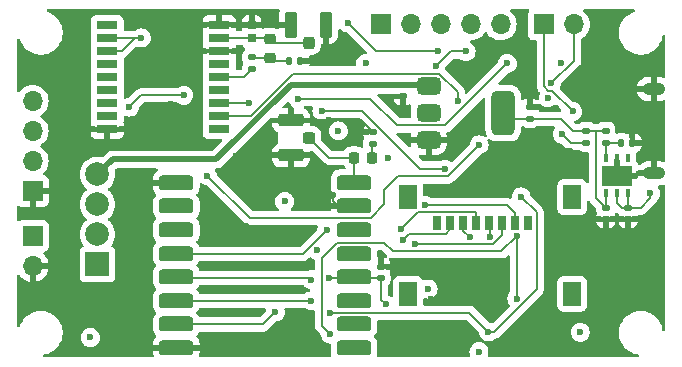
<source format=gbr>
%TF.GenerationSoftware,KiCad,Pcbnew,8.0.6*%
%TF.CreationDate,2025-01-17T09:04:30-05:00*%
%TF.ProjectId,Vanguard_V2,56616e67-7561-4726-945f-56322e6b6963,rev?*%
%TF.SameCoordinates,Original*%
%TF.FileFunction,Copper,L4,Bot*%
%TF.FilePolarity,Positive*%
%FSLAX46Y46*%
G04 Gerber Fmt 4.6, Leading zero omitted, Abs format (unit mm)*
G04 Created by KiCad (PCBNEW 8.0.6) date 2025-01-17 09:04:30*
%MOMM*%
%LPD*%
G01*
G04 APERTURE LIST*
G04 Aperture macros list*
%AMRoundRect*
0 Rectangle with rounded corners*
0 $1 Rounding radius*
0 $2 $3 $4 $5 $6 $7 $8 $9 X,Y pos of 4 corners*
0 Add a 4 corners polygon primitive as box body*
4,1,4,$2,$3,$4,$5,$6,$7,$8,$9,$2,$3,0*
0 Add four circle primitives for the rounded corners*
1,1,$1+$1,$2,$3*
1,1,$1+$1,$4,$5*
1,1,$1+$1,$6,$7*
1,1,$1+$1,$8,$9*
0 Add four rect primitives between the rounded corners*
20,1,$1+$1,$2,$3,$4,$5,0*
20,1,$1+$1,$4,$5,$6,$7,0*
20,1,$1+$1,$6,$7,$8,$9,0*
20,1,$1+$1,$8,$9,$2,$3,0*%
G04 Aperture macros list end*
%TA.AperFunction,SMDPad,CuDef*%
%ADD10RoundRect,0.140000X-0.170000X0.140000X-0.170000X-0.140000X0.170000X-0.140000X0.170000X0.140000X0*%
%TD*%
%TA.AperFunction,ComponentPad*%
%ADD11R,1.700000X1.700000*%
%TD*%
%TA.AperFunction,ComponentPad*%
%ADD12O,1.700000X1.700000*%
%TD*%
%TA.AperFunction,ComponentPad*%
%ADD13O,1.900000X1.050000*%
%TD*%
%TA.AperFunction,ComponentPad*%
%ADD14R,2.000000X2.000000*%
%TD*%
%TA.AperFunction,ComponentPad*%
%ADD15C,2.000000*%
%TD*%
%TA.AperFunction,SMDPad,CuDef*%
%ADD16RoundRect,0.140000X-0.140000X-0.170000X0.140000X-0.170000X0.140000X0.170000X-0.140000X0.170000X0*%
%TD*%
%TA.AperFunction,SMDPad,CuDef*%
%ADD17RoundRect,0.135000X-0.185000X0.135000X-0.185000X-0.135000X0.185000X-0.135000X0.185000X0.135000X0*%
%TD*%
%TA.AperFunction,SMDPad,CuDef*%
%ADD18RoundRect,0.140000X0.170000X-0.140000X0.170000X0.140000X-0.170000X0.140000X-0.170000X-0.140000X0*%
%TD*%
%TA.AperFunction,SMDPad,CuDef*%
%ADD19R,0.650000X0.700000*%
%TD*%
%TA.AperFunction,SMDPad,CuDef*%
%ADD20RoundRect,0.375000X-0.625000X-0.375000X0.625000X-0.375000X0.625000X0.375000X-0.625000X0.375000X0*%
%TD*%
%TA.AperFunction,SMDPad,CuDef*%
%ADD21RoundRect,0.500000X-0.500000X-1.400000X0.500000X-1.400000X0.500000X1.400000X-0.500000X1.400000X0*%
%TD*%
%TA.AperFunction,SMDPad,CuDef*%
%ADD22RoundRect,0.317500X-1.157500X-0.317500X1.157500X-0.317500X1.157500X0.317500X-1.157500X0.317500X0*%
%TD*%
%TA.AperFunction,SMDPad,CuDef*%
%ADD23R,0.400000X0.800000*%
%TD*%
%TA.AperFunction,SMDPad,CuDef*%
%ADD24R,2.500000X1.750000*%
%TD*%
%TA.AperFunction,SMDPad,CuDef*%
%ADD25RoundRect,0.250000X0.250000X-0.275000X0.250000X0.275000X-0.250000X0.275000X-0.250000X-0.275000X0*%
%TD*%
%TA.AperFunction,SMDPad,CuDef*%
%ADD26RoundRect,0.250000X0.275000X-0.850000X0.275000X0.850000X-0.275000X0.850000X-0.275000X-0.850000X0*%
%TD*%
%TA.AperFunction,SMDPad,CuDef*%
%ADD27R,1.800000X0.700000*%
%TD*%
%TA.AperFunction,SMDPad,CuDef*%
%ADD28R,1.800000X0.800000*%
%TD*%
%TA.AperFunction,SMDPad,CuDef*%
%ADD29RoundRect,0.225000X-0.225000X-0.250000X0.225000X-0.250000X0.225000X0.250000X-0.225000X0.250000X0*%
%TD*%
%TA.AperFunction,SMDPad,CuDef*%
%ADD30RoundRect,0.250000X0.275000X0.250000X-0.275000X0.250000X-0.275000X-0.250000X0.275000X-0.250000X0*%
%TD*%
%TA.AperFunction,SMDPad,CuDef*%
%ADD31RoundRect,0.250000X0.850000X0.275000X-0.850000X0.275000X-0.850000X-0.275000X0.850000X-0.275000X0*%
%TD*%
%TA.AperFunction,SMDPad,CuDef*%
%ADD32RoundRect,0.147500X-0.172500X0.147500X-0.172500X-0.147500X0.172500X-0.147500X0.172500X0.147500X0*%
%TD*%
%TA.AperFunction,SMDPad,CuDef*%
%ADD33R,1.500000X2.000000*%
%TD*%
%TA.AperFunction,SMDPad,CuDef*%
%ADD34R,0.800000X1.200000*%
%TD*%
%TA.AperFunction,SMDPad,CuDef*%
%ADD35RoundRect,0.225000X-0.250000X0.225000X-0.250000X-0.225000X0.250000X-0.225000X0.250000X0.225000X0*%
%TD*%
%TA.AperFunction,ViaPad*%
%ADD36C,0.600000*%
%TD*%
%TA.AperFunction,Conductor*%
%ADD37C,0.200000*%
%TD*%
%TA.AperFunction,Conductor*%
%ADD38C,0.156000*%
%TD*%
%TA.AperFunction,Conductor*%
%ADD39C,0.500000*%
%TD*%
G04 APERTURE END LIST*
D10*
%TO.P,C7,1*%
%TO.N,C1_P*%
X130700000Y-79420000D03*
%TO.P,C7,2*%
%TO.N,GND*%
X130700000Y-80380000D03*
%TD*%
D11*
%TO.P,J1,1,Pin_1*%
%TO.N,C1_P*%
X99314000Y-92197000D03*
D12*
%TO.P,J1,2,Pin_2*%
%TO.N,GND*%
X99314000Y-94737000D03*
%TD*%
D11*
%TO.P,J5,1,Pin_1*%
%TO.N,I2C1_SDA*%
X142616000Y-74295000D03*
D12*
%TO.P,J5,2,Pin_2*%
%TO.N,I2C1_SCL*%
X145156000Y-74295000D03*
%TD*%
D13*
%TO.P,J8,6,Shield*%
%TO.N,GND*%
X151892000Y-86906000D03*
X151892000Y-79756000D03*
%TD*%
D11*
%TO.P,J2,1,Pin_1*%
%TO.N,SERVO_1_PWM*%
X128778000Y-74295000D03*
D12*
%TO.P,J2,2,Pin_2*%
%TO.N,SERVO_2_PWM*%
X131318000Y-74295000D03*
%TO.P,J2,3,Pin_3*%
%TO.N,SERVO_3_PWM*%
X133858000Y-74295000D03*
%TO.P,J2,4,Pin_4*%
%TO.N,SERVO_4_PWM*%
X136398000Y-74295000D03*
%TO.P,J2,5,Pin_5*%
%TO.N,SERVO_5_PWM*%
X138938000Y-74295000D03*
%TD*%
D11*
%TO.P,J4,1,Pin_1*%
%TO.N,GND*%
X99314000Y-88392000D03*
D12*
%TO.P,J4,2,Pin_2*%
%TO.N,Net-(J4-Pin_2)*%
X99314000Y-85852000D03*
%TO.P,J4,3,Pin_3*%
%TO.N,Net-(J4-Pin_3)*%
X99314000Y-83312000D03*
%TO.P,J4,4,Pin_4*%
%TO.N,+3.3V*%
X99314000Y-80772000D03*
%TD*%
D14*
%TO.P,J6,1,Pin_1*%
%TO.N,C1_M*%
X104800000Y-94620000D03*
D15*
%TO.P,J6,2,Pin_2*%
%TO.N,C1_P*%
X104800000Y-92080000D03*
%TO.P,J6,3,Pin_3*%
%TO.N,C2_M*%
X104800000Y-89540000D03*
%TO.P,J6,4,Pin_4*%
%TO.N,C1_P*%
X104800000Y-87000000D03*
%TD*%
D16*
%TO.P,C23,1*%
%TO.N,Net-(C23-Pad1)*%
X121020000Y-77400000D03*
%TO.P,C23,2*%
%TO.N,GND*%
X121980000Y-77400000D03*
%TD*%
D17*
%TO.P,R3,1*%
%TO.N,+5V*%
X147828000Y-83310000D03*
%TO.P,R3,2*%
%TO.N,Net-(IC1-EN)*%
X147828000Y-84330000D03*
%TD*%
D18*
%TO.P,C32,1*%
%TO.N,Net-(C32-Pad1)*%
X128100000Y-84380000D03*
%TO.P,C32,2*%
%TO.N,GND*%
X128100000Y-83420000D03*
%TD*%
%TO.P,C31,1*%
%TO.N,+3.3V*%
X128800000Y-95760000D03*
%TO.P,C31,2*%
%TO.N,GND*%
X128800000Y-94800000D03*
%TD*%
D19*
%TO.P,D3,1,1*%
%TO.N,GND*%
X117856000Y-74380000D03*
%TO.P,D3,2,2*%
%TO.N,Net-(IC2-RF_IN)*%
X117856000Y-75480000D03*
%TD*%
D20*
%TO.P,U2,1,GND*%
%TO.N,GND*%
X132850000Y-84100000D03*
%TO.P,U2,2,VO*%
%TO.N,+5V*%
X132850000Y-81800000D03*
D21*
X139150000Y-81800000D03*
D20*
%TO.P,U2,3,VI*%
%TO.N,C1_P*%
X132850000Y-79500000D03*
%TD*%
D22*
%TO.P,U6,1,GND*%
%TO.N,GND*%
X111474000Y-101700000D03*
%TO.P,U6,2,MISO*%
%TO.N,SPI1_MISO*%
X111474000Y-99700000D03*
%TO.P,U6,3,MOSI*%
%TO.N,SPI1_MOSI*%
X111474000Y-97700000D03*
%TO.P,U6,4,SCK*%
%TO.N,SPI1_SCK*%
X111474000Y-95700000D03*
%TO.P,U6,5,NSS*%
%TO.N,TELEM_CS*%
X111474000Y-93700000D03*
%TO.P,U6,6,RESET*%
%TO.N,unconnected-(U6-RESET-Pad6)*%
X111474000Y-91700000D03*
%TO.P,U6,7,DIO5*%
%TO.N,unconnected-(U6-DIO5-Pad7)*%
X111474000Y-89700000D03*
%TO.P,U6,8,GND*%
%TO.N,GND*%
X111474000Y-87700000D03*
%TO.P,U6,9,ANT*%
%TO.N,Net-(J9-In)*%
X126524000Y-87700000D03*
%TO.P,U6,10,GND*%
%TO.N,GND*%
X126524000Y-89700000D03*
%TO.P,U6,11,DIO3*%
%TO.N,unconnected-(U6-DIO3-Pad11)*%
X126524000Y-91700000D03*
%TO.P,U6,12,DIO4*%
%TO.N,unconnected-(U6-DIO4-Pad12)*%
X126524000Y-93700000D03*
%TO.P,U6,13,3.3V*%
%TO.N,+3.3V*%
X126524000Y-95700000D03*
%TO.P,U6,14,DIO0*%
%TO.N,unconnected-(U6-DIO0-Pad14)*%
X126524000Y-97700000D03*
%TO.P,U6,15,DIO1*%
%TO.N,unconnected-(U6-DIO1-Pad15)*%
X126524000Y-99700000D03*
%TO.P,U6,16,DIO2*%
%TO.N,unconnected-(U6-DIO2-Pad16)*%
X126524000Y-101700000D03*
%TD*%
D23*
%TO.P,IC1,1,EN*%
%TO.N,Net-(IC1-EN)*%
X147828000Y-85598000D03*
%TO.P,IC1,2,GND*%
%TO.N,GND*%
X148778000Y-85598000D03*
%TO.P,IC1,3,N.C.*%
%TO.N,unconnected-(IC1-N.C.-Pad3)*%
X149728000Y-85598000D03*
%TO.P,IC1,4,VO*%
%TO.N,+3.3V*%
X149728000Y-88598000D03*
%TO.P,IC1,5,V_O_SENSE*%
X148778000Y-88598000D03*
%TO.P,IC1,6,VI*%
%TO.N,+5V*%
X147828000Y-88598000D03*
D24*
%TO.P,IC1,7,EP*%
%TO.N,GND*%
X148778000Y-87098000D03*
%TD*%
D18*
%TO.P,C8,1*%
%TO.N,+5V*%
X141400000Y-82280000D03*
%TO.P,C8,2*%
%TO.N,GND*%
X141400000Y-81320000D03*
%TD*%
D10*
%TO.P,C16,1*%
%TO.N,+3.3V*%
X149733000Y-89817000D03*
%TO.P,C16,2*%
%TO.N,GND*%
X149733000Y-90777000D03*
%TD*%
D16*
%TO.P,C15,1*%
%TO.N,Net-(IC1-EN)*%
X149126000Y-84328000D03*
%TO.P,C15,2*%
%TO.N,GND*%
X150086000Y-84328000D03*
%TD*%
D25*
%TO.P,J7,1,In*%
%TO.N,Net-(IC2-RF_IN)*%
X122682000Y-75853000D03*
D26*
%TO.P,J7,2,Ext*%
%TO.N,GND*%
X121207000Y-74328000D03*
X124157000Y-74328000D03*
%TD*%
D10*
%TO.P,C17,1*%
%TO.N,+5V*%
X147828000Y-89817000D03*
%TO.P,C17,2*%
%TO.N,GND*%
X147828000Y-90777000D03*
%TD*%
D27*
%TO.P,IC2,1,GND_1*%
%TO.N,GND*%
X105613000Y-83140000D03*
D28*
%TO.P,IC2,2,TXD*%
%TO.N,unconnected-(IC2-TXD-Pad2)*%
X105613000Y-82040000D03*
%TO.P,IC2,3,RXD*%
%TO.N,unconnected-(IC2-RXD-Pad3)*%
X105613000Y-80940000D03*
%TO.P,IC2,4,TIMEPULSE*%
%TO.N,unconnected-(IC2-TIMEPULSE-Pad4)*%
X105613000Y-79840000D03*
%TO.P,IC2,5,EXTINT*%
%TO.N,unconnected-(IC2-EXTINT-Pad5)*%
X105613000Y-78740000D03*
%TO.P,IC2,6,V_BCKP*%
%TO.N,unconnected-(IC2-V_BCKP-Pad6)*%
X105613000Y-77640000D03*
%TO.P,IC2,7,V_IO*%
%TO.N,+3.3V*%
X105613000Y-76540000D03*
%TO.P,IC2,8,VCC*%
X105613000Y-75440000D03*
D27*
%TO.P,IC2,9,RESET_N*%
%TO.N,GPS_RST*%
X105613000Y-74340000D03*
%TO.P,IC2,10,GND_2*%
%TO.N,GND*%
X115113000Y-74340000D03*
D28*
%TO.P,IC2,11,RF_IN*%
%TO.N,Net-(IC2-RF_IN)*%
X115113000Y-75440000D03*
%TO.P,IC2,12,GND_3*%
%TO.N,GND*%
X115113000Y-76540000D03*
%TO.P,IC2,13,LNA_EN*%
%TO.N,unconnected-(IC2-LNA_EN-Pad13)*%
X115113000Y-77640000D03*
%TO.P,IC2,14,VCC_RF*%
%TO.N,Net-(IC2-VCC_RF)*%
X115113000Y-78740000D03*
%TO.P,IC2,15,RESERVED*%
%TO.N,unconnected-(IC2-RESERVED-Pad15)*%
X115113000Y-79840000D03*
%TO.P,IC2,16,SDA*%
%TO.N,I2C1_SDA*%
X115113000Y-80940000D03*
%TO.P,IC2,17,SCL*%
%TO.N,I2C1_SCL*%
X115113000Y-82040000D03*
D27*
%TO.P,IC2,18,SAFEBOOT_N*%
%TO.N,unconnected-(IC2-SAFEBOOT_N-Pad18)*%
X115113000Y-83140000D03*
%TD*%
D29*
%TO.P,FB3,1*%
%TO.N,Net-(J9-In)*%
X126525000Y-85600000D03*
%TO.P,FB3,2*%
%TO.N,Net-(C32-Pad1)*%
X128075000Y-85600000D03*
%TD*%
D30*
%TO.P,J9,1,In*%
%TO.N,Net-(J9-In)*%
X122725000Y-83900000D03*
D31*
%TO.P,J9,2,Ext*%
%TO.N,GND*%
X121200000Y-85375000D03*
X121200000Y-82425000D03*
%TD*%
D32*
%TO.P,D2,1,K*%
%TO.N,+5V*%
X146200000Y-83335000D03*
%TO.P,D2,2,A*%
%TO.N,VBUS*%
X146200000Y-84305000D03*
%TD*%
D33*
%TO.P,J3,MP1,MP1*%
%TO.N,unconnected-(J3-PadMP1)*%
X131104000Y-88900000D03*
%TO.P,J3,MP2,MP2*%
%TO.N,unconnected-(J3-PadMP2)*%
X144994000Y-88900000D03*
%TO.P,J3,MP3,MP3*%
%TO.N,unconnected-(J3-PadMP3)*%
X144994000Y-97100000D03*
%TO.P,J3,MP4,MP4*%
%TO.N,unconnected-(J3-PadMP4)*%
X131104000Y-97100000D03*
D34*
%TO.P,J3,P1,DAT2*%
%TO.N,unconnected-(J3-DAT2-PadP1)*%
X141274000Y-91100000D03*
%TO.P,J3,P2,CD/DAT3*%
%TO.N,SD_CS*%
X140174000Y-91100000D03*
%TO.P,J3,P3,CMD*%
%TO.N,SPI1_MOSI*%
X139074000Y-91100000D03*
%TO.P,J3,P4,VDD*%
%TO.N,+3.3V*%
X137974000Y-91100000D03*
%TO.P,J3,P5,CLK*%
%TO.N,SPI1_SCK*%
X136874000Y-91100000D03*
%TO.P,J3,P6,VSS*%
%TO.N,GND*%
X135774000Y-91100000D03*
%TO.P,J3,P7,DAT0*%
%TO.N,SPI1_MISO*%
X134674000Y-91100000D03*
%TO.P,J3,P8,DAT1*%
%TO.N,unconnected-(J3-DAT1-PadP8)*%
X133574000Y-91100000D03*
%TD*%
D35*
%TO.P,FB2,1*%
%TO.N,Net-(IC2-RF_IN)*%
X119380000Y-75552000D03*
%TO.P,FB2,2*%
%TO.N,Net-(C23-Pad1)*%
X119380000Y-77102000D03*
%TD*%
D17*
%TO.P,R11,1*%
%TO.N,Net-(C23-Pad1)*%
X117856000Y-77087000D03*
%TO.P,R11,2*%
%TO.N,Net-(IC2-VCC_RF)*%
X117856000Y-78107000D03*
%TD*%
D36*
%TO.N,GND*%
X118900000Y-85400000D03*
X134600000Y-84100000D03*
X149600000Y-78600000D03*
X121200000Y-94600000D03*
X144800000Y-85000000D03*
X143900000Y-94000000D03*
X146800000Y-75800000D03*
X152200000Y-77200000D03*
X150800000Y-96400000D03*
X113300000Y-81000000D03*
X146800000Y-74000000D03*
X143900000Y-91800000D03*
X149600000Y-77200000D03*
X116800000Y-74400000D03*
X129300000Y-80700000D03*
X109500000Y-83100000D03*
X143590103Y-81385897D03*
X117400000Y-91400000D03*
X124400000Y-82425000D03*
X146042000Y-78113000D03*
X107700000Y-93400000D03*
X137400000Y-96700000D03*
X116500000Y-85400000D03*
X121200000Y-96800000D03*
X148400000Y-74000000D03*
X117400000Y-101200000D03*
X117400000Y-98800000D03*
X117400000Y-96800000D03*
X117800000Y-84400000D03*
X141400000Y-78300000D03*
X130200000Y-101981000D03*
X103100000Y-83100000D03*
X147600000Y-99000000D03*
X103100000Y-79500000D03*
X111000000Y-81000000D03*
X135900000Y-97600000D03*
X147600000Y-96400000D03*
X146100000Y-94000000D03*
X136300000Y-92300000D03*
X113300000Y-83100000D03*
X138800000Y-97600000D03*
X119600000Y-89300000D03*
X121200000Y-101200000D03*
X148200000Y-101400000D03*
X118900000Y-83200000D03*
X147800000Y-82031000D03*
X133000000Y-97500000D03*
X134400000Y-96700000D03*
X125700000Y-75400000D03*
X124714000Y-88773000D03*
X117400000Y-94600000D03*
X139319000Y-102100000D03*
X148400000Y-75800000D03*
%TO.N,+3.3V*%
X129400000Y-85600000D03*
X123400000Y-93400000D03*
X144081500Y-77533500D03*
X127508000Y-77597000D03*
X129200000Y-98000000D03*
X137100000Y-102000000D03*
X145669000Y-100358000D03*
X125200000Y-83300000D03*
X142951470Y-80500000D03*
X108526000Y-75438000D03*
X124400000Y-95800000D03*
X132800000Y-96700000D03*
X138000000Y-92300000D03*
X151600000Y-88600000D03*
X104200000Y-100800000D03*
X120650000Y-89281000D03*
%TO.N,VBUS*%
X144145000Y-83586000D03*
%TO.N,I2C1_SDA*%
X145034000Y-81661000D03*
X134250000Y-86550000D03*
X117600000Y-80940000D03*
X124500046Y-100499954D03*
X140300000Y-97500000D03*
X140300000Y-92200000D03*
X123800000Y-81600000D03*
%TO.N,I2C1_SCL*%
X140674000Y-88900000D03*
X143216000Y-79294528D03*
X137900000Y-100330000D03*
X135300000Y-80800000D03*
X124500000Y-98700000D03*
%TO.N,SERVO_5_PWM*%
X136017000Y-76581000D03*
X133464970Y-77816000D03*
%TO.N,SD_CS*%
X132500000Y-89600000D03*
%TO.N,SPI1_MOSI*%
X131700000Y-92900000D03*
X122900000Y-97700000D03*
%TO.N,SPI1_SCK*%
X130500000Y-91600000D03*
X122900000Y-95900000D03*
%TO.N,SPI1_MISO*%
X119850000Y-98650000D03*
X130650000Y-92550000D03*
%TO.N,BOOT0*%
X125984000Y-74168000D03*
X133604000Y-76581000D03*
%TO.N,SWDIO*%
X137111265Y-84488735D03*
X114100000Y-87100000D03*
%TO.N,SWCLK*%
X107500000Y-81300000D03*
X121800000Y-80600000D03*
X139500000Y-77600000D03*
X112100000Y-80300000D03*
%TO.N,TELEM_CS*%
X124200000Y-91700000D03*
%TD*%
D37*
%TO.N,BOOT0*%
X125984000Y-74168000D02*
X128397000Y-76581000D01*
X128397000Y-76581000D02*
X133604000Y-76581000D01*
%TO.N,I2C1_SDA*%
X117600000Y-80940000D02*
X115113000Y-80940000D01*
D38*
%TO.N,Net-(IC2-RF_IN)*%
X119380000Y-75552000D02*
X119681000Y-75853000D01*
X119681000Y-75853000D02*
X122682000Y-75853000D01*
D39*
%TO.N,C1_P*%
X132850000Y-79500000D02*
X132770000Y-79420000D01*
X132770000Y-79420000D02*
X130700000Y-79420000D01*
X130700000Y-79425000D02*
X130695000Y-79420000D01*
X130695000Y-79420000D02*
X121180000Y-79420000D01*
X114875000Y-85725000D02*
X106075000Y-85725000D01*
X121180000Y-79420000D02*
X114875000Y-85725000D01*
X106075000Y-85725000D02*
X104800000Y-87000000D01*
D37*
%TO.N,GND*%
X124400000Y-82425000D02*
X121200000Y-82425000D01*
X127105000Y-82425000D02*
X124400000Y-82425000D01*
X128100000Y-83420000D02*
X127105000Y-82425000D01*
X125175000Y-89742000D02*
X124714000Y-89281000D01*
X126524000Y-89742000D02*
X125175000Y-89742000D01*
X135774000Y-91100000D02*
X135774000Y-91774000D01*
X135774000Y-91774000D02*
X136300000Y-92300000D01*
X124714000Y-89281000D02*
X124714000Y-88773000D01*
%TO.N,+5V*%
X147828000Y-89817000D02*
X147828000Y-88598000D01*
X141400000Y-82280000D02*
X141416000Y-82296000D01*
X141416000Y-82296000D02*
X144018000Y-82296000D01*
X145057000Y-83335000D02*
X147000000Y-83335000D01*
X141400000Y-82280000D02*
X139564000Y-82280000D01*
X139564000Y-82280000D02*
X139167000Y-82677000D01*
X147828000Y-89817000D02*
X147000000Y-88989000D01*
X147000000Y-83335000D02*
X147803000Y-83335000D01*
X144018000Y-82296000D02*
X145057000Y-83335000D01*
X147000000Y-88989000D02*
X147000000Y-83335000D01*
X147803000Y-83335000D02*
X147828000Y-83310000D01*
%TO.N,+3.3V*%
X149217000Y-89817000D02*
X148778000Y-89378000D01*
X149761000Y-88631000D02*
X149728000Y-88598000D01*
X107950000Y-75440000D02*
X107823000Y-75440000D01*
X150783000Y-89817000D02*
X151600000Y-89000000D01*
X107823000Y-75440000D02*
X105613000Y-75440000D01*
X138000000Y-92300000D02*
X138000000Y-91126000D01*
X148778000Y-89378000D02*
X148778000Y-88598000D01*
X108526000Y-75438000D02*
X107825000Y-75438000D01*
X107825000Y-75438000D02*
X107823000Y-75440000D01*
X149733000Y-89817000D02*
X149217000Y-89817000D01*
X128800000Y-97600000D02*
X128800000Y-95760000D01*
X149733000Y-89817000D02*
X149733000Y-88603000D01*
X124458000Y-95742000D02*
X128782000Y-95742000D01*
X105613000Y-76540000D02*
X106850000Y-76540000D01*
X138000000Y-91126000D02*
X137974000Y-91100000D01*
X151600000Y-89000000D02*
X151600000Y-88600000D01*
X128782000Y-95742000D02*
X128800000Y-95760000D01*
X106850000Y-76540000D02*
X107950000Y-75440000D01*
X129200000Y-98000000D02*
X128800000Y-97600000D01*
X149733000Y-89817000D02*
X150783000Y-89817000D01*
X124400000Y-95800000D02*
X124458000Y-95742000D01*
X149733000Y-88603000D02*
X149728000Y-88598000D01*
%TO.N,Net-(IC1-EN)*%
X149124000Y-84330000D02*
X149126000Y-84328000D01*
X147828000Y-84330000D02*
X147828000Y-85598000D01*
X147828000Y-84330000D02*
X149124000Y-84330000D01*
%TO.N,Net-(C23-Pad1)*%
X117871000Y-77102000D02*
X117856000Y-77087000D01*
X119380000Y-77102000D02*
X117871000Y-77102000D01*
X121020000Y-77400000D02*
X119678000Y-77400000D01*
X119678000Y-77400000D02*
X119380000Y-77102000D01*
%TO.N,VBUS*%
X144864000Y-84305000D02*
X144145000Y-83586000D01*
X146200000Y-84305000D02*
X144864000Y-84305000D01*
D38*
%TO.N,Net-(IC2-RF_IN)*%
X117856000Y-75480000D02*
X119325000Y-75480000D01*
D37*
X119325000Y-75480000D02*
X119367000Y-75438000D01*
X117816000Y-75440000D02*
X117856000Y-75480000D01*
D38*
X115113000Y-75440000D02*
X117816000Y-75440000D01*
D37*
%TO.N,I2C1_SDA*%
X129065000Y-92765000D02*
X129800000Y-93500000D01*
X123800000Y-94075722D02*
X125110722Y-92765000D01*
X145034000Y-81661000D02*
X143267527Y-79894527D01*
X132116134Y-86500000D02*
X134200000Y-86500000D01*
X142616000Y-79543056D02*
X142616000Y-74295000D01*
X142967471Y-79894527D02*
X142616000Y-79543056D01*
X140300000Y-92200000D02*
X140300000Y-97500000D01*
X139000000Y-93500000D02*
X140300000Y-92200000D01*
X123800000Y-99799908D02*
X123800000Y-94075722D01*
X124500046Y-100499954D02*
X123800000Y-99799908D01*
X129800000Y-93500000D02*
X139000000Y-93500000D01*
X127216134Y-81600000D02*
X132116134Y-86500000D01*
X143267527Y-79894527D02*
X142967471Y-79894527D01*
X125110722Y-92765000D02*
X129065000Y-92765000D01*
X123800000Y-81600000D02*
X127216134Y-81600000D01*
%TO.N,I2C1_SCL*%
X135300000Y-79995406D02*
X135300000Y-80800000D01*
X143216000Y-79294528D02*
X145156000Y-77354528D01*
X117782182Y-82040000D02*
X121372182Y-78450000D01*
X145156000Y-77354528D02*
X145156000Y-74295000D01*
X115113000Y-82040000D02*
X117782182Y-82040000D01*
X141974000Y-90200000D02*
X141974000Y-96726000D01*
X140674000Y-88900000D02*
X141974000Y-90200000D01*
X138400000Y-100300000D02*
X137900000Y-100300000D01*
X141974000Y-96726000D02*
X138400000Y-100300000D01*
X124500000Y-98700000D02*
X136270000Y-98700000D01*
X136270000Y-98700000D02*
X137900000Y-100330000D01*
X121372182Y-78450000D02*
X133754594Y-78450000D01*
X133754594Y-78450000D02*
X135300000Y-79995406D01*
%TO.N,Net-(IC2-VCC_RF)*%
X117856000Y-78107000D02*
X117223000Y-78740000D01*
X117223000Y-78740000D02*
X115113000Y-78740000D01*
%TO.N,SERVO_5_PWM*%
X136017000Y-76581000D02*
X134699970Y-76581000D01*
X134699970Y-76581000D02*
X133464970Y-77816000D01*
%TO.N,SD_CS*%
X140174000Y-90300000D02*
X139474000Y-89600000D01*
X132500000Y-89600000D02*
X132400000Y-89600000D01*
X140174000Y-91100000D02*
X140174000Y-90300000D01*
X139474000Y-89600000D02*
X132500000Y-89600000D01*
%TO.N,SPI1_MOSI*%
X138300000Y-92900000D02*
X139074000Y-92126000D01*
X139074000Y-92126000D02*
X139074000Y-91100000D01*
X131700000Y-92900000D02*
X138300000Y-92900000D01*
X122900000Y-97700000D02*
X111474000Y-97700000D01*
%TO.N,SPI1_SCK*%
X136874000Y-90300000D02*
X136874000Y-91100000D01*
X122742000Y-95742000D02*
X111474000Y-95742000D01*
X136874000Y-91316000D02*
X136774000Y-91216000D01*
X131900000Y-90200000D02*
X136774000Y-90200000D01*
X122900000Y-95900000D02*
X122742000Y-95742000D01*
X130500000Y-91600000D02*
X131900000Y-90200000D01*
X136774000Y-90200000D02*
X136874000Y-90300000D01*
%TO.N,SPI1_MISO*%
X134274000Y-92000000D02*
X134674000Y-91600000D01*
X111125722Y-99742000D02*
X111474000Y-99742000D01*
X130650000Y-92550000D02*
X131200000Y-92000000D01*
X131200000Y-92000000D02*
X134274000Y-92000000D01*
X118800000Y-99700000D02*
X119850000Y-98650000D01*
X134674000Y-91600000D02*
X134674000Y-91100000D01*
X119850000Y-98650000D02*
X119900000Y-98600000D01*
X111474000Y-99700000D02*
X118800000Y-99700000D01*
%TO.N,SWDIO*%
X117677000Y-90677000D02*
X114100000Y-87100000D01*
X130231278Y-87168722D02*
X129100000Y-88300000D01*
X129100000Y-88300000D02*
X129100000Y-89514278D01*
X127937278Y-90677000D02*
X117677000Y-90677000D01*
X129100000Y-89514278D02*
X127937278Y-90677000D01*
X137111265Y-84537264D02*
X134479807Y-87168722D01*
X134479807Y-87168722D02*
X130231278Y-87168722D01*
X137111265Y-84488735D02*
X137111265Y-84537264D01*
%TO.N,SWCLK*%
X112100000Y-80300000D02*
X108500000Y-80300000D01*
X108500000Y-80300000D02*
X107500000Y-81300000D01*
X130150000Y-82850000D02*
X127900000Y-80600000D01*
X139500000Y-77600000D02*
X134250000Y-82850000D01*
X127900000Y-80600000D02*
X121800000Y-80600000D01*
X134250000Y-82850000D02*
X130150000Y-82850000D01*
%TO.N,TELEM_CS*%
X122158000Y-93742000D02*
X124200000Y-91700000D01*
X111474000Y-93742000D02*
X122158000Y-93742000D01*
%TO.N,Net-(C32-Pad1)*%
X128075000Y-85600000D02*
X128075000Y-84405000D01*
X128075000Y-84405000D02*
X128100000Y-84380000D01*
%TO.N,Net-(J9-In)*%
X126625000Y-85600000D02*
X126875000Y-85600000D01*
D38*
X126525000Y-85600000D02*
X124425000Y-85600000D01*
D37*
X126524000Y-85701000D02*
X126625000Y-85600000D01*
D38*
X126524000Y-87742000D02*
X126524000Y-85701000D01*
X124425000Y-85600000D02*
X122725000Y-83900000D01*
%TD*%
%TA.AperFunction,Conductor*%
%TO.N,GND*%
G36*
X120195443Y-73020185D02*
G01*
X120241198Y-73072989D01*
X120251142Y-73142147D01*
X120246110Y-73163504D01*
X120192494Y-73325302D01*
X120192493Y-73325309D01*
X120182000Y-73428013D01*
X120182000Y-74078000D01*
X121333000Y-74078000D01*
X121400039Y-74097685D01*
X121445794Y-74150489D01*
X121457000Y-74202000D01*
X121457000Y-74454000D01*
X121437315Y-74521039D01*
X121384511Y-74566794D01*
X121333000Y-74578000D01*
X120182002Y-74578000D01*
X120182000Y-74578001D01*
X120182000Y-74592895D01*
X120162314Y-74659934D01*
X120109510Y-74705688D01*
X120040351Y-74715631D01*
X119992903Y-74698432D01*
X119938699Y-74664998D01*
X119938694Y-74664996D01*
X119777709Y-74611651D01*
X119678346Y-74601500D01*
X119081662Y-74601500D01*
X119081644Y-74601501D01*
X118982292Y-74611650D01*
X118982289Y-74611651D01*
X118814809Y-74667149D01*
X118744980Y-74669551D01*
X118688124Y-74637124D01*
X118681000Y-74630000D01*
X118240167Y-74630000D01*
X118232188Y-74629572D01*
X118232183Y-74629678D01*
X118228879Y-74629500D01*
X118228873Y-74629500D01*
X118228866Y-74629500D01*
X117483129Y-74629500D01*
X117479805Y-74629679D01*
X117479799Y-74629573D01*
X117471837Y-74630000D01*
X117031000Y-74630000D01*
X117031000Y-74737500D01*
X117011315Y-74804539D01*
X116958511Y-74850294D01*
X116907000Y-74861500D01*
X116637000Y-74861500D01*
X116569961Y-74841815D01*
X116524206Y-74789011D01*
X116513000Y-74737500D01*
X116513000Y-74590000D01*
X116261069Y-74590000D01*
X116217736Y-74582182D01*
X116120482Y-74545908D01*
X116120483Y-74545908D01*
X116060883Y-74539501D01*
X116060881Y-74539500D01*
X116060873Y-74539500D01*
X116060864Y-74539500D01*
X114165129Y-74539500D01*
X114165123Y-74539501D01*
X114105516Y-74545908D01*
X114008264Y-74582182D01*
X113964931Y-74590000D01*
X113713000Y-74590000D01*
X113713000Y-74737844D01*
X113719401Y-74797372D01*
X113719403Y-74797379D01*
X113728195Y-74820952D01*
X113733179Y-74890644D01*
X113728196Y-74907615D01*
X113718909Y-74932516D01*
X113718908Y-74932517D01*
X113712501Y-74992116D01*
X113712500Y-74992135D01*
X113712500Y-75887870D01*
X113712501Y-75887876D01*
X113718909Y-75947487D01*
X113720692Y-75955031D01*
X113719438Y-75955327D01*
X113723856Y-76017069D01*
X113719864Y-76030664D01*
X113719401Y-76032624D01*
X113713000Y-76092155D01*
X113713000Y-76290000D01*
X113964931Y-76290000D01*
X114008264Y-76297818D01*
X114105517Y-76334091D01*
X114105516Y-76334091D01*
X114112444Y-76334835D01*
X114165127Y-76340500D01*
X116060872Y-76340499D01*
X116120483Y-76334091D01*
X116217736Y-76297817D01*
X116261069Y-76290000D01*
X116513000Y-76290000D01*
X116513000Y-76142500D01*
X116532685Y-76075461D01*
X116585489Y-76029706D01*
X116637000Y-76018500D01*
X116984836Y-76018500D01*
X117051875Y-76038185D01*
X117084102Y-76068188D01*
X117094690Y-76082331D01*
X117173454Y-76187546D01*
X117230224Y-76230044D01*
X117266642Y-76257307D01*
X117308512Y-76313241D01*
X117313496Y-76382933D01*
X117280012Y-76444254D01*
X117164866Y-76559400D01*
X117164863Y-76559404D01*
X117083131Y-76697606D01*
X117083129Y-76697611D01*
X117038335Y-76851791D01*
X117038334Y-76851797D01*
X117035500Y-76887811D01*
X117035500Y-77286169D01*
X117035501Y-77286191D01*
X117038335Y-77322205D01*
X117083129Y-77476388D01*
X117083132Y-77476395D01*
X117117128Y-77533881D01*
X117134309Y-77601605D01*
X117117128Y-77660119D01*
X117083132Y-77717604D01*
X117083129Y-77717611D01*
X117038335Y-77871791D01*
X117038334Y-77871797D01*
X117035500Y-77907811D01*
X117035500Y-78015500D01*
X117015815Y-78082539D01*
X116963011Y-78128294D01*
X116911500Y-78139500D01*
X116637500Y-78139500D01*
X116570461Y-78119815D01*
X116524706Y-78067011D01*
X116513500Y-78015500D01*
X116513499Y-77192129D01*
X116513498Y-77192123D01*
X116513497Y-77192116D01*
X116507091Y-77132517D01*
X116507091Y-77132516D01*
X116505307Y-77124966D01*
X116506559Y-77124669D01*
X116502145Y-77062924D01*
X116506132Y-77049346D01*
X116506598Y-77047375D01*
X116513000Y-76987835D01*
X116513000Y-76790000D01*
X116261069Y-76790000D01*
X116217736Y-76782182D01*
X116120482Y-76745908D01*
X116120483Y-76745908D01*
X116060883Y-76739501D01*
X116060881Y-76739500D01*
X116060873Y-76739500D01*
X116060864Y-76739500D01*
X114165129Y-76739500D01*
X114165123Y-76739501D01*
X114105516Y-76745908D01*
X114008264Y-76782182D01*
X113964931Y-76790000D01*
X113713000Y-76790000D01*
X113713000Y-76987835D01*
X113719401Y-77047372D01*
X113721187Y-77054930D01*
X113719542Y-77055318D01*
X113723851Y-77115656D01*
X113718943Y-77132371D01*
X113718908Y-77132520D01*
X113713393Y-77183821D01*
X113712501Y-77192123D01*
X113712500Y-77192135D01*
X113712500Y-78087870D01*
X113712501Y-78087876D01*
X113718908Y-78147479D01*
X113720692Y-78155026D01*
X113719229Y-78155371D01*
X113723585Y-78216371D01*
X113719173Y-78231396D01*
X113718908Y-78232517D01*
X113712501Y-78292116D01*
X113712501Y-78292123D01*
X113712500Y-78292135D01*
X113712500Y-79187870D01*
X113712501Y-79187876D01*
X113718908Y-79247479D01*
X113720692Y-79255026D01*
X113719229Y-79255371D01*
X113723585Y-79316371D01*
X113719173Y-79331396D01*
X113718908Y-79332517D01*
X113713066Y-79386861D01*
X113712501Y-79392123D01*
X113712500Y-79392135D01*
X113712500Y-80287870D01*
X113712501Y-80287876D01*
X113718908Y-80347479D01*
X113720692Y-80355026D01*
X113719229Y-80355371D01*
X113723585Y-80416371D01*
X113719173Y-80431396D01*
X113718908Y-80432517D01*
X113712501Y-80492116D01*
X113712500Y-80492135D01*
X113712500Y-81387870D01*
X113712501Y-81387876D01*
X113718908Y-81447479D01*
X113720692Y-81455026D01*
X113719229Y-81455371D01*
X113723585Y-81516371D01*
X113719173Y-81531396D01*
X113718908Y-81532517D01*
X113712501Y-81592116D01*
X113712500Y-81592135D01*
X113712500Y-82487870D01*
X113712501Y-82487876D01*
X113718909Y-82547484D01*
X113727929Y-82571670D01*
X113732911Y-82641361D01*
X113727929Y-82658330D01*
X113718909Y-82682515D01*
X113718908Y-82682516D01*
X113712501Y-82742116D01*
X113712500Y-82742135D01*
X113712500Y-83537870D01*
X113712501Y-83537876D01*
X113718908Y-83597483D01*
X113769202Y-83732328D01*
X113769206Y-83732335D01*
X113855452Y-83847544D01*
X113855455Y-83847547D01*
X113970664Y-83933793D01*
X113970671Y-83933797D01*
X114105517Y-83984091D01*
X114105516Y-83984091D01*
X114112444Y-83984835D01*
X114165127Y-83990500D01*
X115248769Y-83990499D01*
X115315808Y-84010184D01*
X115361563Y-84062987D01*
X115371507Y-84132146D01*
X115342482Y-84195702D01*
X115336450Y-84202180D01*
X114600451Y-84938181D01*
X114539128Y-84971666D01*
X114512770Y-84974500D01*
X106001080Y-84974500D01*
X105856092Y-85003340D01*
X105856082Y-85003343D01*
X105719511Y-85059912D01*
X105719498Y-85059919D01*
X105596584Y-85142048D01*
X105596580Y-85142051D01*
X105239248Y-85499383D01*
X105177925Y-85532868D01*
X105131158Y-85534011D01*
X104924335Y-85499500D01*
X104675665Y-85499500D01*
X104430383Y-85540429D01*
X104195197Y-85621169D01*
X104195188Y-85621172D01*
X103976493Y-85739524D01*
X103780257Y-85892261D01*
X103611833Y-86075217D01*
X103475826Y-86283393D01*
X103375936Y-86511118D01*
X103314892Y-86752175D01*
X103314890Y-86752187D01*
X103294357Y-86999994D01*
X103294357Y-87000005D01*
X103314890Y-87247812D01*
X103314892Y-87247824D01*
X103375936Y-87488881D01*
X103475826Y-87716606D01*
X103611833Y-87924782D01*
X103617281Y-87930700D01*
X103780256Y-88107738D01*
X103863008Y-88172147D01*
X103903821Y-88228857D01*
X103907496Y-88298630D01*
X103872864Y-88359313D01*
X103863014Y-88367848D01*
X103804400Y-88413469D01*
X103780257Y-88432261D01*
X103611833Y-88615217D01*
X103475826Y-88823393D01*
X103375936Y-89051118D01*
X103314892Y-89292175D01*
X103314890Y-89292187D01*
X103294357Y-89539994D01*
X103294357Y-89540005D01*
X103314890Y-89787812D01*
X103314892Y-89787824D01*
X103375936Y-90028881D01*
X103475826Y-90256606D01*
X103611833Y-90464782D01*
X103611836Y-90464785D01*
X103780256Y-90647738D01*
X103863008Y-90712147D01*
X103903821Y-90768857D01*
X103907496Y-90838630D01*
X103872864Y-90899313D01*
X103863014Y-90907848D01*
X103815627Y-90944732D01*
X103780257Y-90972261D01*
X103611833Y-91155217D01*
X103475826Y-91363393D01*
X103375936Y-91591118D01*
X103314892Y-91832175D01*
X103314890Y-91832187D01*
X103294357Y-92079994D01*
X103294357Y-92080005D01*
X103314890Y-92327812D01*
X103314892Y-92327824D01*
X103375936Y-92568881D01*
X103475825Y-92796603D01*
X103475827Y-92796607D01*
X103606742Y-92996988D01*
X103626929Y-93063877D01*
X103607749Y-93131063D01*
X103562367Y-93173637D01*
X103557670Y-93176201D01*
X103442455Y-93262452D01*
X103442452Y-93262455D01*
X103356206Y-93377664D01*
X103356202Y-93377671D01*
X103305908Y-93512517D01*
X103301135Y-93556917D01*
X103299501Y-93572123D01*
X103299500Y-93572135D01*
X103299500Y-95667870D01*
X103299501Y-95667876D01*
X103305908Y-95727483D01*
X103356202Y-95862328D01*
X103356206Y-95862335D01*
X103442452Y-95977544D01*
X103442455Y-95977547D01*
X103557664Y-96063793D01*
X103557671Y-96063797D01*
X103692517Y-96114091D01*
X103692516Y-96114091D01*
X103699444Y-96114835D01*
X103752127Y-96120500D01*
X105847872Y-96120499D01*
X105907483Y-96114091D01*
X106042331Y-96063796D01*
X106157546Y-95977546D01*
X106243796Y-95862331D01*
X106294091Y-95727483D01*
X106300500Y-95667873D01*
X106300499Y-93572128D01*
X106294091Y-93512517D01*
X106291627Y-93505912D01*
X106243797Y-93377671D01*
X106243793Y-93377664D01*
X106157547Y-93262455D01*
X106157544Y-93262452D01*
X106042332Y-93176204D01*
X106037635Y-93173639D01*
X105988232Y-93124232D01*
X105973382Y-93055958D01*
X105993257Y-92996989D01*
X106124173Y-92796607D01*
X106224063Y-92568881D01*
X106285108Y-92327821D01*
X106285109Y-92327812D01*
X106305643Y-92080005D01*
X106305643Y-92079994D01*
X106285109Y-91832187D01*
X106285107Y-91832175D01*
X106224063Y-91591118D01*
X106124173Y-91363393D01*
X105988166Y-91155217D01*
X105941633Y-91104669D01*
X105819744Y-90972262D01*
X105736991Y-90907852D01*
X105696179Y-90851143D01*
X105692504Y-90781370D01*
X105727136Y-90720687D01*
X105736985Y-90712151D01*
X105819744Y-90647738D01*
X105988164Y-90464785D01*
X106124173Y-90256607D01*
X106224063Y-90028881D01*
X106285108Y-89787821D01*
X106288905Y-89741999D01*
X106305643Y-89540005D01*
X106305643Y-89539994D01*
X106285109Y-89292187D01*
X106285107Y-89292175D01*
X106224063Y-89051118D01*
X106124173Y-88823393D01*
X105988166Y-88615217D01*
X105955712Y-88579963D01*
X105819744Y-88432262D01*
X105736991Y-88367852D01*
X105696179Y-88311143D01*
X105692504Y-88241370D01*
X105727136Y-88180687D01*
X105736985Y-88172151D01*
X105819744Y-88107738D01*
X105988164Y-87924785D01*
X106124173Y-87716607D01*
X106224063Y-87488881D01*
X106285108Y-87247821D01*
X106288436Y-87207659D01*
X106305643Y-87000005D01*
X106305643Y-86999994D01*
X106285109Y-86752187D01*
X106285106Y-86752170D01*
X106266857Y-86680109D01*
X106269481Y-86610288D01*
X106299382Y-86561985D01*
X106349550Y-86511818D01*
X106410873Y-86478334D01*
X106437230Y-86475500D01*
X109793006Y-86475500D01*
X109860045Y-86495185D01*
X109905800Y-86547989D01*
X109915744Y-86617147D01*
X109886719Y-86680703D01*
X109858978Y-86704493D01*
X109803577Y-86739303D01*
X109803571Y-86739308D01*
X109673308Y-86869571D01*
X109575296Y-87025556D01*
X109514452Y-87199440D01*
X109514451Y-87199446D01*
X109499000Y-87336581D01*
X109499000Y-87450000D01*
X111600000Y-87450000D01*
X111667039Y-87469685D01*
X111712794Y-87522489D01*
X111724000Y-87574000D01*
X111724000Y-87826000D01*
X111704315Y-87893039D01*
X111651511Y-87938794D01*
X111600000Y-87950000D01*
X109499000Y-87950000D01*
X109499000Y-88063418D01*
X109514451Y-88200553D01*
X109514452Y-88200559D01*
X109575296Y-88374443D01*
X109673308Y-88530428D01*
X109754845Y-88611965D01*
X109788330Y-88673288D01*
X109783346Y-88742980D01*
X109754846Y-88787327D01*
X109672914Y-88869259D01*
X109574845Y-89025334D01*
X109513961Y-89199328D01*
X109498500Y-89336557D01*
X109498500Y-90063442D01*
X109513961Y-90200671D01*
X109549451Y-90302094D01*
X109573944Y-90372092D01*
X109574845Y-90374665D01*
X109672915Y-90530742D01*
X109754492Y-90612319D01*
X109787977Y-90673642D01*
X109782993Y-90743334D01*
X109754492Y-90787681D01*
X109672915Y-90869257D01*
X109574845Y-91025334D01*
X109513961Y-91199328D01*
X109498500Y-91336557D01*
X109498500Y-92063442D01*
X109513961Y-92200671D01*
X109543288Y-92284481D01*
X109573474Y-92370749D01*
X109574845Y-92374665D01*
X109672915Y-92530742D01*
X109754492Y-92612319D01*
X109787977Y-92673642D01*
X109782993Y-92743334D01*
X109754492Y-92787681D01*
X109672915Y-92869257D01*
X109574845Y-93025334D01*
X109513961Y-93199328D01*
X109498500Y-93336557D01*
X109498500Y-94063442D01*
X109513961Y-94200671D01*
X109539448Y-94273507D01*
X109567726Y-94354322D01*
X109574845Y-94374665D01*
X109672915Y-94530742D01*
X109754492Y-94612319D01*
X109787977Y-94673642D01*
X109782993Y-94743334D01*
X109754492Y-94787681D01*
X109672915Y-94869257D01*
X109574845Y-95025334D01*
X109513961Y-95199328D01*
X109498500Y-95336557D01*
X109498500Y-96063442D01*
X109513961Y-96200671D01*
X109547208Y-96295684D01*
X109562359Y-96338984D01*
X109574845Y-96374665D01*
X109672915Y-96530742D01*
X109754492Y-96612319D01*
X109787977Y-96673642D01*
X109782993Y-96743334D01*
X109754492Y-96787681D01*
X109672915Y-96869257D01*
X109574845Y-97025334D01*
X109513961Y-97199328D01*
X109498500Y-97336557D01*
X109498500Y-98063442D01*
X109513961Y-98200671D01*
X109555312Y-98318843D01*
X109574258Y-98372989D01*
X109574845Y-98374665D01*
X109672915Y-98530742D01*
X109754492Y-98612319D01*
X109787977Y-98673642D01*
X109782993Y-98743334D01*
X109754492Y-98787681D01*
X109672915Y-98869257D01*
X109574845Y-99025334D01*
X109513961Y-99199328D01*
X109498500Y-99336557D01*
X109498500Y-100063442D01*
X109513961Y-100200671D01*
X109547927Y-100297738D01*
X109573459Y-100370706D01*
X109574845Y-100374665D01*
X109672915Y-100530742D01*
X109754845Y-100612672D01*
X109788330Y-100673995D01*
X109783346Y-100743687D01*
X109754846Y-100788034D01*
X109673307Y-100869573D01*
X109575296Y-101025556D01*
X109514452Y-101199440D01*
X109514451Y-101199446D01*
X109499000Y-101336581D01*
X109499000Y-101450000D01*
X113449000Y-101450000D01*
X113449000Y-101336585D01*
X113448999Y-101336581D01*
X113433548Y-101199446D01*
X113433547Y-101199440D01*
X113372703Y-101025556D01*
X113274691Y-100869571D01*
X113193154Y-100788034D01*
X113159669Y-100726711D01*
X113164653Y-100657019D01*
X113193150Y-100612676D01*
X113275085Y-100530742D01*
X113373156Y-100374663D01*
X113373160Y-100374651D01*
X113375061Y-100370706D01*
X113421880Y-100318843D01*
X113486785Y-100300500D01*
X118713331Y-100300500D01*
X118713347Y-100300501D01*
X118720943Y-100300501D01*
X118879054Y-100300501D01*
X118879057Y-100300501D01*
X119031785Y-100259577D01*
X119095969Y-100222520D01*
X119168716Y-100180520D01*
X119280520Y-100068716D01*
X119280520Y-100068714D01*
X119290724Y-100058511D01*
X119290728Y-100058506D01*
X119868535Y-99480698D01*
X119929856Y-99447215D01*
X119942311Y-99445163D01*
X120029255Y-99435368D01*
X120199522Y-99375789D01*
X120352262Y-99279816D01*
X120479816Y-99152262D01*
X120575789Y-98999522D01*
X120635368Y-98829255D01*
X120635369Y-98829249D01*
X120655565Y-98650003D01*
X120655565Y-98649996D01*
X120635369Y-98470750D01*
X120635367Y-98470742D01*
X120633517Y-98465454D01*
X120629956Y-98395675D01*
X120664685Y-98335048D01*
X120726678Y-98302821D01*
X120750559Y-98300500D01*
X122317588Y-98300500D01*
X122384627Y-98320185D01*
X122394903Y-98327555D01*
X122397736Y-98329814D01*
X122397738Y-98329816D01*
X122550478Y-98425789D01*
X122678955Y-98470745D01*
X122720745Y-98485368D01*
X122720750Y-98485369D01*
X122899996Y-98505565D01*
X122900000Y-98505565D01*
X122900004Y-98505565D01*
X123061617Y-98487356D01*
X123130439Y-98499411D01*
X123181818Y-98546760D01*
X123199500Y-98610576D01*
X123199500Y-99713238D01*
X123199499Y-99713256D01*
X123199499Y-99878962D01*
X123199498Y-99878962D01*
X123240424Y-100031697D01*
X123240425Y-100031698D01*
X123264970Y-100074210D01*
X123264971Y-100074212D01*
X123319475Y-100168617D01*
X123319481Y-100168625D01*
X123438349Y-100287493D01*
X123438355Y-100287498D01*
X123669344Y-100518487D01*
X123702829Y-100579810D01*
X123704883Y-100592284D01*
X123714676Y-100679203D01*
X123774256Y-100849475D01*
X123806318Y-100900501D01*
X123870230Y-101002216D01*
X123997784Y-101129770D01*
X124061889Y-101170050D01*
X124141724Y-101220214D01*
X124150524Y-101225743D01*
X124241715Y-101257652D01*
X124320791Y-101285322D01*
X124320796Y-101285323D01*
X124401385Y-101294402D01*
X124438382Y-101298571D01*
X124502797Y-101325637D01*
X124542352Y-101383231D01*
X124548500Y-101421791D01*
X124548500Y-102063442D01*
X124563962Y-102200672D01*
X124603808Y-102314546D01*
X124607369Y-102384324D01*
X124572640Y-102444952D01*
X124510647Y-102477179D01*
X124486766Y-102479500D01*
X113510704Y-102479500D01*
X113443665Y-102459815D01*
X113397910Y-102407011D01*
X113387966Y-102337853D01*
X113393662Y-102314546D01*
X113433547Y-102200558D01*
X113433548Y-102200553D01*
X113448999Y-102063418D01*
X113449000Y-102063414D01*
X113449000Y-101950000D01*
X109499000Y-101950000D01*
X109499000Y-102063418D01*
X109514451Y-102200553D01*
X109514452Y-102200558D01*
X109554338Y-102314546D01*
X109557899Y-102384325D01*
X109523170Y-102444952D01*
X109461177Y-102477179D01*
X109437296Y-102479500D01*
X100273736Y-102479500D01*
X100206697Y-102459815D01*
X100160942Y-102407011D01*
X100150998Y-102337853D01*
X100180023Y-102274297D01*
X100238801Y-102236523D01*
X100257551Y-102232561D01*
X100266343Y-102231403D01*
X100361789Y-102218838D01*
X100596100Y-102156054D01*
X100820212Y-102063224D01*
X101030289Y-101941936D01*
X101222738Y-101794265D01*
X101394265Y-101622738D01*
X101541936Y-101430289D01*
X101663224Y-101220212D01*
X101756054Y-100996100D01*
X101808600Y-100799996D01*
X103394435Y-100799996D01*
X103394435Y-100800003D01*
X103414630Y-100979249D01*
X103414631Y-100979254D01*
X103474211Y-101149523D01*
X103560646Y-101287082D01*
X103570184Y-101302262D01*
X103697738Y-101429816D01*
X103777207Y-101479750D01*
X103805833Y-101497737D01*
X103850478Y-101525789D01*
X104020745Y-101585368D01*
X104020750Y-101585369D01*
X104199996Y-101605565D01*
X104200000Y-101605565D01*
X104200004Y-101605565D01*
X104379249Y-101585369D01*
X104379252Y-101585368D01*
X104379255Y-101585368D01*
X104549522Y-101525789D01*
X104702262Y-101429816D01*
X104829816Y-101302262D01*
X104925789Y-101149522D01*
X104985368Y-100979255D01*
X104987558Y-100959817D01*
X105005565Y-100800003D01*
X105005565Y-100799996D01*
X104985369Y-100620750D01*
X104985368Y-100620745D01*
X104960322Y-100549169D01*
X104925789Y-100450478D01*
X104908102Y-100422330D01*
X104867679Y-100357996D01*
X104829816Y-100297738D01*
X104702262Y-100170184D01*
X104699768Y-100168617D01*
X104549523Y-100074211D01*
X104379254Y-100014631D01*
X104379249Y-100014630D01*
X104200004Y-99994435D01*
X104199996Y-99994435D01*
X104020750Y-100014630D01*
X104020745Y-100014631D01*
X103850476Y-100074211D01*
X103697737Y-100170184D01*
X103570184Y-100297737D01*
X103474211Y-100450476D01*
X103414631Y-100620745D01*
X103414630Y-100620750D01*
X103394435Y-100799996D01*
X101808600Y-100799996D01*
X101818838Y-100761789D01*
X101850500Y-100521288D01*
X101850500Y-100278712D01*
X101818838Y-100038211D01*
X101756054Y-99803900D01*
X101663224Y-99579788D01*
X101541936Y-99369711D01*
X101394265Y-99177262D01*
X101394260Y-99177256D01*
X101222743Y-99005739D01*
X101222736Y-99005733D01*
X101030293Y-98858067D01*
X101030292Y-98858066D01*
X101030289Y-98858064D01*
X100820212Y-98736776D01*
X100731427Y-98700000D01*
X100596104Y-98643947D01*
X100361785Y-98581161D01*
X100121289Y-98549500D01*
X100121288Y-98549500D01*
X99878712Y-98549500D01*
X99878711Y-98549500D01*
X99638214Y-98581161D01*
X99403895Y-98643947D01*
X99179794Y-98736773D01*
X99179785Y-98736777D01*
X98969706Y-98858067D01*
X98777263Y-99005733D01*
X98777256Y-99005739D01*
X98605739Y-99177256D01*
X98605733Y-99177263D01*
X98458067Y-99369706D01*
X98336777Y-99579785D01*
X98336773Y-99579794D01*
X98243945Y-99803901D01*
X98242643Y-99807738D01*
X98241438Y-99807329D01*
X98207905Y-99862337D01*
X98145057Y-99892863D01*
X98075682Y-99884565D01*
X98021806Y-99840077D01*
X98000535Y-99773524D01*
X98000500Y-99770579D01*
X98000500Y-95608057D01*
X98020185Y-95541018D01*
X98072989Y-95495263D01*
X98142147Y-95485319D01*
X98205703Y-95514344D01*
X98226075Y-95536934D01*
X98275891Y-95608079D01*
X98442917Y-95775105D01*
X98636421Y-95910600D01*
X98850507Y-96010429D01*
X98850516Y-96010433D01*
X99064000Y-96067634D01*
X99064000Y-95170012D01*
X99121007Y-95202925D01*
X99248174Y-95237000D01*
X99379826Y-95237000D01*
X99506993Y-95202925D01*
X99564000Y-95170012D01*
X99564000Y-96067633D01*
X99777483Y-96010433D01*
X99777492Y-96010429D01*
X99991578Y-95910600D01*
X100185082Y-95775105D01*
X100352105Y-95608082D01*
X100487600Y-95414578D01*
X100587429Y-95200492D01*
X100587432Y-95200486D01*
X100644636Y-94987000D01*
X99747012Y-94987000D01*
X99779925Y-94929993D01*
X99814000Y-94802826D01*
X99814000Y-94671174D01*
X99779925Y-94544007D01*
X99747012Y-94487000D01*
X100644636Y-94487000D01*
X100644635Y-94486999D01*
X100587432Y-94273513D01*
X100587429Y-94273507D01*
X100487600Y-94059422D01*
X100487599Y-94059420D01*
X100352113Y-93865926D01*
X100352108Y-93865920D01*
X100230053Y-93743865D01*
X100196568Y-93682542D01*
X100201552Y-93612850D01*
X100243424Y-93556917D01*
X100274400Y-93540002D01*
X100406331Y-93490796D01*
X100521546Y-93404546D01*
X100607796Y-93289331D01*
X100658091Y-93154483D01*
X100664500Y-93094873D01*
X100664499Y-91299128D01*
X100658091Y-91239517D01*
X100656994Y-91236577D01*
X100607797Y-91104671D01*
X100607793Y-91104664D01*
X100521547Y-90989455D01*
X100521544Y-90989452D01*
X100406335Y-90903206D01*
X100406328Y-90903202D01*
X100271482Y-90852908D01*
X100271483Y-90852908D01*
X100211883Y-90846501D01*
X100211881Y-90846500D01*
X100211873Y-90846500D01*
X100211864Y-90846500D01*
X98416129Y-90846500D01*
X98416123Y-90846501D01*
X98356516Y-90852908D01*
X98221671Y-90903202D01*
X98221669Y-90903203D01*
X98198810Y-90920316D01*
X98133345Y-90944732D01*
X98065072Y-90929880D01*
X98015667Y-90880474D01*
X98000500Y-90821048D01*
X98000500Y-89767327D01*
X98020185Y-89700288D01*
X98072989Y-89654533D01*
X98142147Y-89644589D01*
X98198812Y-89668061D01*
X98221910Y-89685352D01*
X98221913Y-89685354D01*
X98356620Y-89735596D01*
X98356627Y-89735598D01*
X98416155Y-89741999D01*
X98416172Y-89742000D01*
X99064000Y-89742000D01*
X99064000Y-88825012D01*
X99121007Y-88857925D01*
X99248174Y-88892000D01*
X99379826Y-88892000D01*
X99506993Y-88857925D01*
X99564000Y-88825012D01*
X99564000Y-89742000D01*
X100211828Y-89742000D01*
X100211844Y-89741999D01*
X100271372Y-89735598D01*
X100271379Y-89735596D01*
X100406086Y-89685354D01*
X100406093Y-89685350D01*
X100521187Y-89599190D01*
X100521190Y-89599187D01*
X100607350Y-89484093D01*
X100607354Y-89484086D01*
X100657596Y-89349379D01*
X100657598Y-89349372D01*
X100663999Y-89289844D01*
X100664000Y-89289827D01*
X100664000Y-88642000D01*
X99747012Y-88642000D01*
X99779925Y-88584993D01*
X99814000Y-88457826D01*
X99814000Y-88326174D01*
X99779925Y-88199007D01*
X99747012Y-88142000D01*
X100664000Y-88142000D01*
X100664000Y-87494172D01*
X100663999Y-87494155D01*
X100657598Y-87434627D01*
X100657596Y-87434620D01*
X100607354Y-87299913D01*
X100607350Y-87299906D01*
X100521190Y-87184812D01*
X100521187Y-87184809D01*
X100406093Y-87098649D01*
X100406088Y-87098646D01*
X100274528Y-87049577D01*
X100218595Y-87007705D01*
X100194178Y-86942241D01*
X100209030Y-86873968D01*
X100230175Y-86845720D01*
X100352495Y-86723401D01*
X100488035Y-86529830D01*
X100587903Y-86315663D01*
X100649063Y-86087408D01*
X100669659Y-85852000D01*
X100649063Y-85616592D01*
X100602626Y-85443285D01*
X100587905Y-85388344D01*
X100587904Y-85388343D01*
X100587903Y-85388337D01*
X100488035Y-85174171D01*
X100487208Y-85172989D01*
X100352494Y-84980597D01*
X100185402Y-84813506D01*
X100185396Y-84813501D01*
X99999842Y-84683575D01*
X99956217Y-84628998D01*
X99949023Y-84559500D01*
X99980546Y-84497145D01*
X99999842Y-84480425D01*
X100053343Y-84442963D01*
X100185401Y-84350495D01*
X100352495Y-84183401D01*
X100488035Y-83989830D01*
X100587903Y-83775663D01*
X100649063Y-83547408D01*
X100649900Y-83537844D01*
X104213000Y-83537844D01*
X104219401Y-83597372D01*
X104219403Y-83597379D01*
X104269645Y-83732086D01*
X104269649Y-83732093D01*
X104355809Y-83847187D01*
X104355812Y-83847190D01*
X104470906Y-83933350D01*
X104470913Y-83933354D01*
X104605620Y-83983596D01*
X104605627Y-83983598D01*
X104665155Y-83989999D01*
X104665172Y-83990000D01*
X105363000Y-83990000D01*
X105863000Y-83990000D01*
X106560828Y-83990000D01*
X106560844Y-83989999D01*
X106620372Y-83983598D01*
X106620379Y-83983596D01*
X106755086Y-83933354D01*
X106755093Y-83933350D01*
X106870187Y-83847190D01*
X106870190Y-83847187D01*
X106956350Y-83732093D01*
X106956354Y-83732086D01*
X107006596Y-83597379D01*
X107006598Y-83597372D01*
X107012999Y-83537844D01*
X107013000Y-83537827D01*
X107013000Y-83390000D01*
X105863000Y-83390000D01*
X105863000Y-83990000D01*
X105363000Y-83990000D01*
X105363000Y-83390000D01*
X104213000Y-83390000D01*
X104213000Y-83537844D01*
X100649900Y-83537844D01*
X100669659Y-83312000D01*
X100649063Y-83076592D01*
X100587903Y-82848337D01*
X100488035Y-82634171D01*
X100474612Y-82615000D01*
X100352494Y-82440597D01*
X100185402Y-82273506D01*
X100185396Y-82273501D01*
X99999842Y-82143575D01*
X99956217Y-82088998D01*
X99949023Y-82019500D01*
X99980546Y-81957145D01*
X99999842Y-81940425D01*
X100142899Y-81840255D01*
X100185401Y-81810495D01*
X100352495Y-81643401D01*
X100488035Y-81449830D01*
X100587903Y-81235663D01*
X100649063Y-81007408D01*
X100669659Y-80772000D01*
X100649063Y-80536592D01*
X100596915Y-80341971D01*
X100587905Y-80308344D01*
X100587904Y-80308343D01*
X100587903Y-80308337D01*
X100488035Y-80094171D01*
X100469409Y-80067569D01*
X100352494Y-79900597D01*
X100185402Y-79733506D01*
X100185395Y-79733501D01*
X99991834Y-79597967D01*
X99991830Y-79597965D01*
X99991828Y-79597964D01*
X99777663Y-79498097D01*
X99777659Y-79498096D01*
X99777655Y-79498094D01*
X99549413Y-79436938D01*
X99549403Y-79436936D01*
X99314001Y-79416341D01*
X99313999Y-79416341D01*
X99078596Y-79436936D01*
X99078586Y-79436938D01*
X98850344Y-79498094D01*
X98850335Y-79498098D01*
X98636171Y-79597964D01*
X98636169Y-79597965D01*
X98442597Y-79733505D01*
X98275505Y-79900597D01*
X98226075Y-79971192D01*
X98171498Y-80014817D01*
X98102000Y-80022011D01*
X98039645Y-79990488D01*
X98004231Y-79930258D01*
X98000500Y-79900069D01*
X98000500Y-75629420D01*
X98020185Y-75562381D01*
X98072989Y-75516626D01*
X98142147Y-75506682D01*
X98205703Y-75535707D01*
X98242154Y-75592427D01*
X98242643Y-75592262D01*
X98243308Y-75594222D01*
X98243477Y-75594485D01*
X98243856Y-75595838D01*
X98243945Y-75596098D01*
X98336773Y-75820205D01*
X98336776Y-75820212D01*
X98458064Y-76030289D01*
X98458066Y-76030292D01*
X98458067Y-76030293D01*
X98605733Y-76222736D01*
X98605739Y-76222743D01*
X98777256Y-76394260D01*
X98777263Y-76394266D01*
X98846419Y-76447331D01*
X98969711Y-76541936D01*
X99179788Y-76663224D01*
X99318572Y-76720710D01*
X99384774Y-76748132D01*
X99403900Y-76756054D01*
X99638211Y-76818838D01*
X99818586Y-76842584D01*
X99878711Y-76850500D01*
X99878712Y-76850500D01*
X100121289Y-76850500D01*
X100169388Y-76844167D01*
X100361789Y-76818838D01*
X100596100Y-76756054D01*
X100820212Y-76663224D01*
X101030289Y-76541936D01*
X101222738Y-76394265D01*
X101394265Y-76222738D01*
X101541936Y-76030289D01*
X101663224Y-75820212D01*
X101756054Y-75596100D01*
X101818838Y-75361789D01*
X101850500Y-75121288D01*
X101850500Y-74878712D01*
X101818838Y-74638211D01*
X101756054Y-74403900D01*
X101663224Y-74179788D01*
X101541936Y-73969711D01*
X101520776Y-73942135D01*
X104212500Y-73942135D01*
X104212500Y-74737870D01*
X104212501Y-74737876D01*
X104218909Y-74797484D01*
X104227929Y-74821670D01*
X104232911Y-74891361D01*
X104227929Y-74908330D01*
X104218909Y-74932515D01*
X104218908Y-74932516D01*
X104212501Y-74992116D01*
X104212500Y-74992135D01*
X104212500Y-75887870D01*
X104212501Y-75887876D01*
X104218908Y-75947479D01*
X104220692Y-75955026D01*
X104219229Y-75955371D01*
X104223585Y-76016371D01*
X104219173Y-76031396D01*
X104218908Y-76032517D01*
X104212501Y-76092116D01*
X104212500Y-76092135D01*
X104212500Y-76987870D01*
X104212501Y-76987876D01*
X104218908Y-77047479D01*
X104220692Y-77055026D01*
X104219229Y-77055371D01*
X104223585Y-77116371D01*
X104219173Y-77131396D01*
X104218908Y-77132517D01*
X104213393Y-77183821D01*
X104212501Y-77192123D01*
X104212500Y-77192135D01*
X104212500Y-78087870D01*
X104212501Y-78087876D01*
X104218908Y-78147479D01*
X104220692Y-78155026D01*
X104219229Y-78155371D01*
X104223585Y-78216371D01*
X104219173Y-78231396D01*
X104218908Y-78232517D01*
X104212501Y-78292116D01*
X104212501Y-78292123D01*
X104212500Y-78292135D01*
X104212500Y-79187870D01*
X104212501Y-79187876D01*
X104218908Y-79247479D01*
X104220692Y-79255026D01*
X104219229Y-79255371D01*
X104223585Y-79316371D01*
X104219173Y-79331396D01*
X104218908Y-79332517D01*
X104213066Y-79386861D01*
X104212501Y-79392123D01*
X104212500Y-79392135D01*
X104212500Y-80287870D01*
X104212501Y-80287876D01*
X104218908Y-80347479D01*
X104220692Y-80355026D01*
X104219229Y-80355371D01*
X104223585Y-80416371D01*
X104219173Y-80431396D01*
X104218908Y-80432517D01*
X104212501Y-80492116D01*
X104212500Y-80492135D01*
X104212500Y-81387870D01*
X104212501Y-81387876D01*
X104218908Y-81447479D01*
X104220692Y-81455026D01*
X104219229Y-81455371D01*
X104223585Y-81516371D01*
X104219173Y-81531396D01*
X104218908Y-81532517D01*
X104212501Y-81592116D01*
X104212500Y-81592135D01*
X104212500Y-82487870D01*
X104212501Y-82487876D01*
X104218908Y-82547481D01*
X104228196Y-82572383D01*
X104233179Y-82642074D01*
X104228196Y-82659044D01*
X104219402Y-82682623D01*
X104219401Y-82682624D01*
X104213000Y-82742155D01*
X104213000Y-82890000D01*
X104464931Y-82890000D01*
X104508263Y-82897817D01*
X104569375Y-82920611D01*
X104605517Y-82934091D01*
X104605516Y-82934091D01*
X104612444Y-82934835D01*
X104665127Y-82940500D01*
X106560872Y-82940499D01*
X106620483Y-82934091D01*
X106717736Y-82897817D01*
X106761069Y-82890000D01*
X107013000Y-82890000D01*
X107013000Y-82742172D01*
X107012999Y-82742155D01*
X107006598Y-82682627D01*
X107006597Y-82682623D01*
X106997804Y-82659047D01*
X106992820Y-82589355D01*
X106997804Y-82572383D01*
X107007091Y-82547483D01*
X107013500Y-82487873D01*
X107013499Y-82152618D01*
X107033183Y-82085581D01*
X107085987Y-82039826D01*
X107155146Y-82029882D01*
X107178454Y-82035579D01*
X107320737Y-82085366D01*
X107320743Y-82085367D01*
X107320745Y-82085368D01*
X107320746Y-82085368D01*
X107320750Y-82085369D01*
X107499996Y-82105565D01*
X107500000Y-82105565D01*
X107500004Y-82105565D01*
X107679249Y-82085369D01*
X107679252Y-82085368D01*
X107679255Y-82085368D01*
X107849522Y-82025789D01*
X108002262Y-81929816D01*
X108129816Y-81802262D01*
X108225789Y-81649522D01*
X108285368Y-81479255D01*
X108295161Y-81392329D01*
X108322226Y-81327918D01*
X108330680Y-81318553D01*
X108712418Y-80936816D01*
X108773740Y-80903334D01*
X108800098Y-80900500D01*
X111517588Y-80900500D01*
X111584627Y-80920185D01*
X111594903Y-80927555D01*
X111597736Y-80929814D01*
X111597738Y-80929816D01*
X111750478Y-81025789D01*
X111786447Y-81038375D01*
X111920745Y-81085368D01*
X111920750Y-81085369D01*
X112099996Y-81105565D01*
X112100000Y-81105565D01*
X112100004Y-81105565D01*
X112279249Y-81085369D01*
X112279252Y-81085368D01*
X112279255Y-81085368D01*
X112449522Y-81025789D01*
X112602262Y-80929816D01*
X112729816Y-80802262D01*
X112825789Y-80649522D01*
X112885368Y-80479255D01*
X112885369Y-80479249D01*
X112905565Y-80300003D01*
X112905565Y-80299996D01*
X112885369Y-80120750D01*
X112885368Y-80120745D01*
X112833037Y-79971192D01*
X112825789Y-79950478D01*
X112729816Y-79797738D01*
X112602262Y-79670184D01*
X112525753Y-79622110D01*
X112449523Y-79574211D01*
X112279254Y-79514631D01*
X112279249Y-79514630D01*
X112100004Y-79494435D01*
X112099996Y-79494435D01*
X111920750Y-79514630D01*
X111920745Y-79514631D01*
X111750476Y-79574211D01*
X111597736Y-79670185D01*
X111594903Y-79672445D01*
X111592724Y-79673334D01*
X111591842Y-79673889D01*
X111591744Y-79673734D01*
X111530217Y-79698855D01*
X111517588Y-79699500D01*
X108586670Y-79699500D01*
X108586654Y-79699499D01*
X108579058Y-79699499D01*
X108420943Y-79699499D01*
X108344579Y-79719961D01*
X108268214Y-79740423D01*
X108268209Y-79740426D01*
X108131290Y-79819475D01*
X108131284Y-79819480D01*
X107481465Y-80469298D01*
X107420142Y-80502783D01*
X107407668Y-80504837D01*
X107320750Y-80514630D01*
X107174506Y-80565803D01*
X107104727Y-80569364D01*
X107044100Y-80534635D01*
X107011873Y-80472641D01*
X107010262Y-80462014D01*
X107009022Y-80450478D01*
X107007091Y-80432517D01*
X107007090Y-80432513D01*
X107005308Y-80424969D01*
X107006773Y-80424622D01*
X107002409Y-80363651D01*
X107006819Y-80348633D01*
X107007089Y-80347488D01*
X107007091Y-80347483D01*
X107013500Y-80287873D01*
X107013499Y-79392128D01*
X107007091Y-79332517D01*
X107007090Y-79332515D01*
X107007090Y-79332512D01*
X107005308Y-79324969D01*
X107006773Y-79324622D01*
X107002409Y-79263651D01*
X107006819Y-79248633D01*
X107007089Y-79247488D01*
X107007091Y-79247483D01*
X107013500Y-79187873D01*
X107013499Y-78292128D01*
X107007091Y-78232517D01*
X107007090Y-78232515D01*
X107007090Y-78232512D01*
X107005308Y-78224969D01*
X107006773Y-78224622D01*
X107002409Y-78163651D01*
X107006819Y-78148633D01*
X107007089Y-78147488D01*
X107007091Y-78147483D01*
X107013500Y-78087873D01*
X107013499Y-77210592D01*
X107033183Y-77143554D01*
X107075498Y-77103207D01*
X107110043Y-77083262D01*
X107154288Y-77057717D01*
X107158352Y-77055371D01*
X107218709Y-77020524D01*
X107218708Y-77020524D01*
X107218716Y-77020520D01*
X107330520Y-76908716D01*
X107330520Y-76908714D01*
X107340724Y-76898511D01*
X107340728Y-76898506D01*
X108046542Y-76192691D01*
X108107863Y-76159208D01*
X108175176Y-76163333D01*
X108176476Y-76163788D01*
X108176478Y-76163789D01*
X108217134Y-76178015D01*
X108346737Y-76223366D01*
X108346743Y-76223367D01*
X108346745Y-76223368D01*
X108346746Y-76223368D01*
X108346750Y-76223369D01*
X108525996Y-76243565D01*
X108526000Y-76243565D01*
X108526004Y-76243565D01*
X108705249Y-76223369D01*
X108705252Y-76223368D01*
X108705255Y-76223368D01*
X108875522Y-76163789D01*
X109028262Y-76067816D01*
X109155816Y-75940262D01*
X109251789Y-75787522D01*
X109311368Y-75617255D01*
X109311369Y-75617249D01*
X109331565Y-75438003D01*
X109331565Y-75437996D01*
X109311369Y-75258750D01*
X109311368Y-75258745D01*
X109274839Y-75154351D01*
X109251789Y-75088478D01*
X109155816Y-74935738D01*
X109028262Y-74808184D01*
X109022461Y-74804539D01*
X108875523Y-74712211D01*
X108705254Y-74652631D01*
X108705249Y-74652630D01*
X108526004Y-74632435D01*
X108525996Y-74632435D01*
X108346750Y-74652630D01*
X108346745Y-74652631D01*
X108176476Y-74712211D01*
X108023736Y-74808185D01*
X108020903Y-74810445D01*
X108018724Y-74811334D01*
X108017842Y-74811889D01*
X108017744Y-74811734D01*
X107956217Y-74836855D01*
X107943588Y-74837500D01*
X107904057Y-74837500D01*
X107745942Y-74837500D01*
X107745939Y-74837500D01*
X107738814Y-74838439D01*
X107722626Y-74839500D01*
X107137500Y-74839500D01*
X107070461Y-74819815D01*
X107024706Y-74767011D01*
X107013500Y-74715500D01*
X107013499Y-73942155D01*
X113713000Y-73942155D01*
X113713000Y-74090000D01*
X114863000Y-74090000D01*
X115363000Y-74090000D01*
X116513000Y-74090000D01*
X116513000Y-73982155D01*
X117031000Y-73982155D01*
X117031000Y-74130000D01*
X117606000Y-74130000D01*
X118106000Y-74130000D01*
X118681000Y-74130000D01*
X118681000Y-73982172D01*
X118680999Y-73982155D01*
X118674598Y-73922627D01*
X118674596Y-73922620D01*
X118624354Y-73787913D01*
X118624350Y-73787906D01*
X118538190Y-73672812D01*
X118538187Y-73672809D01*
X118423093Y-73586649D01*
X118423086Y-73586645D01*
X118288379Y-73536403D01*
X118288372Y-73536401D01*
X118228844Y-73530000D01*
X118106000Y-73530000D01*
X118106000Y-74130000D01*
X117606000Y-74130000D01*
X117606000Y-73530000D01*
X117483155Y-73530000D01*
X117423627Y-73536401D01*
X117423620Y-73536403D01*
X117288913Y-73586645D01*
X117288906Y-73586649D01*
X117173812Y-73672809D01*
X117173809Y-73672812D01*
X117087649Y-73787906D01*
X117087645Y-73787913D01*
X117037403Y-73922620D01*
X117037401Y-73922627D01*
X117031000Y-73982155D01*
X116513000Y-73982155D01*
X116513000Y-73942172D01*
X116512999Y-73942155D01*
X116506598Y-73882627D01*
X116506596Y-73882620D01*
X116456354Y-73747913D01*
X116456350Y-73747906D01*
X116370190Y-73632812D01*
X116370187Y-73632809D01*
X116255093Y-73546649D01*
X116255086Y-73546645D01*
X116120379Y-73496403D01*
X116120372Y-73496401D01*
X116060844Y-73490000D01*
X115363000Y-73490000D01*
X115363000Y-74090000D01*
X114863000Y-74090000D01*
X114863000Y-73490000D01*
X114165155Y-73490000D01*
X114105627Y-73496401D01*
X114105620Y-73496403D01*
X113970913Y-73546645D01*
X113970906Y-73546649D01*
X113855812Y-73632809D01*
X113855809Y-73632812D01*
X113769649Y-73747906D01*
X113769645Y-73747913D01*
X113719403Y-73882620D01*
X113719401Y-73882627D01*
X113713000Y-73942155D01*
X107013499Y-73942155D01*
X107013499Y-73942129D01*
X107013498Y-73942123D01*
X107013497Y-73942116D01*
X107007091Y-73882517D01*
X106988001Y-73831335D01*
X106956797Y-73747671D01*
X106956793Y-73747664D01*
X106870547Y-73632455D01*
X106870544Y-73632452D01*
X106755335Y-73546206D01*
X106755328Y-73546202D01*
X106620482Y-73495908D01*
X106620483Y-73495908D01*
X106560883Y-73489501D01*
X106560881Y-73489500D01*
X106560873Y-73489500D01*
X106560864Y-73489500D01*
X104665129Y-73489500D01*
X104665123Y-73489501D01*
X104605516Y-73495908D01*
X104470671Y-73546202D01*
X104470664Y-73546206D01*
X104355455Y-73632452D01*
X104355452Y-73632455D01*
X104269206Y-73747664D01*
X104269202Y-73747671D01*
X104218908Y-73882517D01*
X104212501Y-73942116D01*
X104212501Y-73942123D01*
X104212500Y-73942135D01*
X101520776Y-73942135D01*
X101475029Y-73882516D01*
X101394266Y-73777263D01*
X101394260Y-73777256D01*
X101222743Y-73605739D01*
X101222736Y-73605733D01*
X101030293Y-73458067D01*
X101030292Y-73458066D01*
X101030289Y-73458064D01*
X100858661Y-73358974D01*
X100820214Y-73336777D01*
X100820205Y-73336773D01*
X100596098Y-73243945D01*
X100592262Y-73242643D01*
X100592671Y-73241435D01*
X100537670Y-73207914D01*
X100507138Y-73145068D01*
X100515430Y-73075692D01*
X100559913Y-73021812D01*
X100626464Y-73000535D01*
X100629420Y-73000500D01*
X120128404Y-73000500D01*
X120195443Y-73020185D01*
G37*
%TD.AperFunction*%
%TA.AperFunction,Conductor*%
G36*
X143475511Y-82916185D02*
G01*
X143521266Y-82968989D01*
X143531210Y-83038147D01*
X143513466Y-83086472D01*
X143419211Y-83236476D01*
X143359631Y-83406745D01*
X143359630Y-83406750D01*
X143339435Y-83585996D01*
X143339435Y-83586003D01*
X143359630Y-83765246D01*
X143359631Y-83765254D01*
X143419211Y-83935523D01*
X143484667Y-84039695D01*
X143515184Y-84088262D01*
X143642738Y-84215816D01*
X143795478Y-84311789D01*
X143965745Y-84371368D01*
X144052669Y-84381161D01*
X144117080Y-84408226D01*
X144126464Y-84416699D01*
X144495284Y-84785520D01*
X144495286Y-84785521D01*
X144495290Y-84785524D01*
X144632209Y-84864573D01*
X144632216Y-84864577D01*
X144784943Y-84905501D01*
X144784945Y-84905501D01*
X144950654Y-84905501D01*
X144950670Y-84905500D01*
X145512727Y-84905500D01*
X145579766Y-84925185D01*
X145600408Y-84941819D01*
X145627174Y-84968585D01*
X145627178Y-84968588D01*
X145627180Y-84968590D01*
X145768103Y-85051931D01*
X145768104Y-85051931D01*
X145768107Y-85051933D01*
X145925320Y-85097608D01*
X145925323Y-85097608D01*
X145925325Y-85097609D01*
X145962060Y-85100500D01*
X146275500Y-85100500D01*
X146342539Y-85120185D01*
X146388294Y-85172989D01*
X146399500Y-85224500D01*
X146399500Y-87567912D01*
X146379815Y-87634951D01*
X146327011Y-87680706D01*
X146257853Y-87690650D01*
X146194297Y-87661625D01*
X146176234Y-87642223D01*
X146101547Y-87542455D01*
X146101544Y-87542452D01*
X145986335Y-87456206D01*
X145986328Y-87456202D01*
X145851482Y-87405908D01*
X145851483Y-87405908D01*
X145791883Y-87399501D01*
X145791881Y-87399500D01*
X145791873Y-87399500D01*
X145791864Y-87399500D01*
X144196129Y-87399500D01*
X144196123Y-87399501D01*
X144136516Y-87405908D01*
X144001671Y-87456202D01*
X144001664Y-87456206D01*
X143886455Y-87542452D01*
X143886452Y-87542455D01*
X143800206Y-87657664D01*
X143800202Y-87657671D01*
X143749908Y-87792517D01*
X143743501Y-87852116D01*
X143743500Y-87852135D01*
X143743500Y-89947870D01*
X143743501Y-89947876D01*
X143749908Y-90007483D01*
X143800202Y-90142328D01*
X143800206Y-90142335D01*
X143886452Y-90257544D01*
X143886455Y-90257547D01*
X144001664Y-90343793D01*
X144001671Y-90343797D01*
X144136517Y-90394091D01*
X144136516Y-90394091D01*
X144143444Y-90394835D01*
X144196127Y-90400500D01*
X145791872Y-90400499D01*
X145851483Y-90394091D01*
X145986331Y-90343796D01*
X146101546Y-90257546D01*
X146187796Y-90142331D01*
X146238091Y-90007483D01*
X146244500Y-89947873D01*
X146244499Y-89344207D01*
X146264183Y-89277171D01*
X146316987Y-89231416D01*
X146386146Y-89221472D01*
X146449702Y-89250497D01*
X146475886Y-89282210D01*
X146519477Y-89357712D01*
X146519481Y-89357717D01*
X146638349Y-89476585D01*
X146638355Y-89476590D01*
X146981181Y-89819416D01*
X147014666Y-89880739D01*
X147017500Y-89907097D01*
X147017500Y-90021697D01*
X147020356Y-90057991D01*
X147020357Y-90057997D01*
X147065504Y-90213390D01*
X147065507Y-90213397D01*
X147077910Y-90234370D01*
X147095093Y-90302094D01*
X147077912Y-90360608D01*
X147065968Y-90380804D01*
X147023496Y-90527000D01*
X147329648Y-90527000D01*
X147392766Y-90544267D01*
X147401605Y-90549494D01*
X147401608Y-90549494D01*
X147401610Y-90549496D01*
X147557002Y-90594642D01*
X147557005Y-90594642D01*
X147557007Y-90594643D01*
X147593310Y-90597500D01*
X147593318Y-90597500D01*
X148062682Y-90597500D01*
X148062690Y-90597500D01*
X148098993Y-90594643D01*
X148098995Y-90594642D01*
X148098997Y-90594642D01*
X148254389Y-90549496D01*
X148254389Y-90549495D01*
X148254395Y-90549494D01*
X148263233Y-90544267D01*
X148326352Y-90527000D01*
X148632504Y-90527000D01*
X148590031Y-90380804D01*
X148587647Y-90375295D01*
X148579086Y-90305952D01*
X148609373Y-90242988D01*
X148668894Y-90206394D01*
X148738750Y-90207789D01*
X148789128Y-90238364D01*
X148848284Y-90297520D01*
X148889863Y-90321525D01*
X148938079Y-90372092D01*
X148951303Y-90440699D01*
X148946941Y-90463507D01*
X148928495Y-90527000D01*
X149234648Y-90527000D01*
X149297766Y-90544267D01*
X149306605Y-90549494D01*
X149306608Y-90549494D01*
X149306610Y-90549496D01*
X149462002Y-90594642D01*
X149462005Y-90594642D01*
X149462007Y-90594643D01*
X149498310Y-90597500D01*
X149498318Y-90597500D01*
X149967682Y-90597500D01*
X149967690Y-90597500D01*
X150003993Y-90594643D01*
X150003995Y-90594642D01*
X150003997Y-90594642D01*
X150159389Y-90549496D01*
X150159389Y-90549495D01*
X150159395Y-90549494D01*
X150168233Y-90544267D01*
X150231352Y-90527000D01*
X150537505Y-90527000D01*
X150551962Y-90507744D01*
X150551967Y-90506226D01*
X150589909Y-90447556D01*
X150653547Y-90418712D01*
X150670844Y-90417500D01*
X150696331Y-90417500D01*
X150696347Y-90417501D01*
X150703943Y-90417501D01*
X150862054Y-90417501D01*
X150862057Y-90417501D01*
X151014785Y-90376577D01*
X151071563Y-90343796D01*
X151151716Y-90297520D01*
X151263520Y-90185716D01*
X151263520Y-90185714D01*
X151273724Y-90175511D01*
X151273728Y-90175506D01*
X151958506Y-89490728D01*
X151958511Y-89490724D01*
X151968714Y-89480520D01*
X151968716Y-89480520D01*
X152080520Y-89368716D01*
X152159577Y-89231784D01*
X152172677Y-89182893D01*
X152204773Y-89127304D01*
X152229816Y-89102262D01*
X152325789Y-88949522D01*
X152385368Y-88779255D01*
X152385369Y-88779249D01*
X152405565Y-88600003D01*
X152405565Y-88599996D01*
X152385369Y-88420750D01*
X152385368Y-88420745D01*
X152325789Y-88250478D01*
X152323330Y-88246565D01*
X152244415Y-88120972D01*
X152225415Y-88053735D01*
X152245783Y-87986900D01*
X152299051Y-87941686D01*
X152349409Y-87931000D01*
X152417955Y-87931000D01*
X152417958Y-87930999D01*
X152615974Y-87891612D01*
X152615979Y-87891610D01*
X152708047Y-87853475D01*
X152777517Y-87846006D01*
X152839996Y-87877281D01*
X152875648Y-87937370D01*
X152879500Y-87968036D01*
X152879500Y-100126264D01*
X152859815Y-100193303D01*
X152807011Y-100239058D01*
X152737853Y-100249002D01*
X152674297Y-100219977D01*
X152636523Y-100161199D01*
X152632561Y-100142449D01*
X152630430Y-100126264D01*
X152618838Y-100038211D01*
X152556054Y-99803900D01*
X152463224Y-99579788D01*
X152341936Y-99369711D01*
X152194265Y-99177262D01*
X152194260Y-99177256D01*
X152022743Y-99005739D01*
X152022736Y-99005733D01*
X151830293Y-98858067D01*
X151830292Y-98858066D01*
X151830289Y-98858064D01*
X151620212Y-98736776D01*
X151531427Y-98700000D01*
X151396104Y-98643947D01*
X151161785Y-98581161D01*
X150921289Y-98549500D01*
X150921288Y-98549500D01*
X150678712Y-98549500D01*
X150678711Y-98549500D01*
X150438214Y-98581161D01*
X150203895Y-98643947D01*
X149979794Y-98736773D01*
X149979785Y-98736777D01*
X149769706Y-98858067D01*
X149577263Y-99005733D01*
X149577256Y-99005739D01*
X149405739Y-99177256D01*
X149405733Y-99177263D01*
X149258067Y-99369706D01*
X149136777Y-99579785D01*
X149136773Y-99579794D01*
X149043947Y-99803895D01*
X148981161Y-100038214D01*
X148949500Y-100278711D01*
X148949500Y-100521288D01*
X148978778Y-100743687D01*
X148981162Y-100761789D01*
X148986181Y-100780520D01*
X149043947Y-100996104D01*
X149128172Y-101199440D01*
X149136776Y-101220212D01*
X149258064Y-101430289D01*
X149258066Y-101430292D01*
X149258067Y-101430293D01*
X149405733Y-101622736D01*
X149405739Y-101622743D01*
X149577256Y-101794260D01*
X149577262Y-101794265D01*
X149769711Y-101941936D01*
X149979788Y-102063224D01*
X150203900Y-102156054D01*
X150438211Y-102218838D01*
X150531046Y-102231059D01*
X150542449Y-102232561D01*
X150606346Y-102260827D01*
X150644817Y-102319152D01*
X150645648Y-102389016D01*
X150608576Y-102448240D01*
X150545370Y-102478019D01*
X150526264Y-102479500D01*
X137955070Y-102479500D01*
X137888031Y-102459815D01*
X137842276Y-102407011D01*
X137832332Y-102337853D01*
X137838028Y-102314545D01*
X137872786Y-102215212D01*
X137885368Y-102179255D01*
X137887982Y-102156054D01*
X137905565Y-102000003D01*
X137905565Y-101999996D01*
X137885369Y-101820750D01*
X137885368Y-101820745D01*
X137825788Y-101650476D01*
X137766901Y-101556759D01*
X137729816Y-101497738D01*
X137602262Y-101370184D01*
X137470005Y-101287081D01*
X137452255Y-101267014D01*
X137430302Y-101267238D01*
X137423067Y-101264953D01*
X137279257Y-101214632D01*
X137279249Y-101214630D01*
X137100004Y-101194435D01*
X137099996Y-101194435D01*
X136920750Y-101214630D01*
X136920745Y-101214631D01*
X136750476Y-101274211D01*
X136597737Y-101370184D01*
X136470184Y-101497737D01*
X136374211Y-101650476D01*
X136314631Y-101820745D01*
X136314630Y-101820750D01*
X136294435Y-101999996D01*
X136294435Y-102000003D01*
X136314630Y-102179249D01*
X136314631Y-102179254D01*
X136361972Y-102314545D01*
X136365533Y-102384324D01*
X136330804Y-102444952D01*
X136268811Y-102477179D01*
X136244930Y-102479500D01*
X128561234Y-102479500D01*
X128494195Y-102459815D01*
X128448440Y-102407011D01*
X128438496Y-102337853D01*
X128444192Y-102314546D01*
X128477681Y-102218838D01*
X128484037Y-102200674D01*
X128499500Y-102063438D01*
X128499500Y-101336562D01*
X128491664Y-101267014D01*
X128484038Y-101199328D01*
X128464457Y-101143369D01*
X128423156Y-101025337D01*
X128325085Y-100869258D01*
X128243508Y-100787681D01*
X128210023Y-100726358D01*
X128215007Y-100656666D01*
X128243508Y-100612319D01*
X128276017Y-100579810D01*
X128325085Y-100530742D01*
X128423156Y-100374663D01*
X128484037Y-100200674D01*
X128484037Y-100200673D01*
X128484038Y-100200671D01*
X128498905Y-100068716D01*
X128499500Y-100063438D01*
X128499500Y-99424500D01*
X128519185Y-99357461D01*
X128571989Y-99311706D01*
X128623500Y-99300500D01*
X135969903Y-99300500D01*
X136036942Y-99320185D01*
X136057584Y-99336819D01*
X137069298Y-100348533D01*
X137102783Y-100409856D01*
X137104837Y-100422330D01*
X137114630Y-100509249D01*
X137174210Y-100679521D01*
X137270184Y-100832262D01*
X137397738Y-100959816D01*
X137529993Y-101042917D01*
X137547743Y-101062984D01*
X137569698Y-101062761D01*
X137576933Y-101065046D01*
X137720745Y-101115368D01*
X137720750Y-101115369D01*
X137899996Y-101135565D01*
X137900000Y-101135565D01*
X137900004Y-101135565D01*
X138079249Y-101115369D01*
X138079252Y-101115368D01*
X138079255Y-101115368D01*
X138249522Y-101055789D01*
X138402262Y-100959816D01*
X138431686Y-100930391D01*
X138487267Y-100898300D01*
X138631785Y-100859577D01*
X138700270Y-100820037D01*
X138768716Y-100780520D01*
X138880520Y-100668716D01*
X138880520Y-100668714D01*
X138890724Y-100658511D01*
X138890728Y-100658506D01*
X139191238Y-100357996D01*
X144863435Y-100357996D01*
X144863435Y-100358003D01*
X144883630Y-100537249D01*
X144883631Y-100537254D01*
X144943211Y-100707523D01*
X145013908Y-100820036D01*
X145039184Y-100860262D01*
X145166738Y-100987816D01*
X145319478Y-101083789D01*
X145450881Y-101129769D01*
X145489745Y-101143368D01*
X145489750Y-101143369D01*
X145668996Y-101163565D01*
X145669000Y-101163565D01*
X145669004Y-101163565D01*
X145848249Y-101143369D01*
X145848252Y-101143368D01*
X145848255Y-101143368D01*
X146018522Y-101083789D01*
X146171262Y-100987816D01*
X146298816Y-100860262D01*
X146394789Y-100707522D01*
X146454368Y-100537255D01*
X146457523Y-100509255D01*
X146474565Y-100358003D01*
X146474565Y-100357996D01*
X146454369Y-100178750D01*
X146454368Y-100178745D01*
X146450827Y-100168625D01*
X146394789Y-100008478D01*
X146298816Y-99855738D01*
X146171262Y-99728184D01*
X146125090Y-99699172D01*
X146018523Y-99632211D01*
X145848254Y-99572631D01*
X145848249Y-99572630D01*
X145669004Y-99552435D01*
X145668996Y-99552435D01*
X145489750Y-99572630D01*
X145489745Y-99572631D01*
X145319476Y-99632211D01*
X145166737Y-99728184D01*
X145039184Y-99855737D01*
X144943211Y-100008476D01*
X144883631Y-100178745D01*
X144883630Y-100178750D01*
X144863435Y-100357996D01*
X139191238Y-100357996D01*
X142342713Y-97206521D01*
X142342716Y-97206520D01*
X142454520Y-97094716D01*
X142504639Y-97007904D01*
X142533577Y-96957785D01*
X142574500Y-96805058D01*
X142574500Y-96646943D01*
X142574500Y-96052135D01*
X143743500Y-96052135D01*
X143743500Y-98147870D01*
X143743501Y-98147876D01*
X143749908Y-98207483D01*
X143800202Y-98342328D01*
X143800206Y-98342335D01*
X143886452Y-98457544D01*
X143886455Y-98457547D01*
X144001664Y-98543793D01*
X144001671Y-98543797D01*
X144136517Y-98594091D01*
X144136516Y-98594091D01*
X144143444Y-98594835D01*
X144196127Y-98600500D01*
X145791872Y-98600499D01*
X145851483Y-98594091D01*
X145986331Y-98543796D01*
X146101546Y-98457546D01*
X146187796Y-98342331D01*
X146238091Y-98207483D01*
X146244500Y-98147873D01*
X146244499Y-96052128D01*
X146238091Y-95992517D01*
X146232507Y-95977546D01*
X146187797Y-95857671D01*
X146187793Y-95857664D01*
X146101547Y-95742455D01*
X146101544Y-95742452D01*
X145986335Y-95656206D01*
X145986328Y-95656202D01*
X145851482Y-95605908D01*
X145851483Y-95605908D01*
X145791883Y-95599501D01*
X145791881Y-95599500D01*
X145791873Y-95599500D01*
X145791864Y-95599500D01*
X144196129Y-95599500D01*
X144196123Y-95599501D01*
X144136516Y-95605908D01*
X144001671Y-95656202D01*
X144001664Y-95656206D01*
X143886455Y-95742452D01*
X143886452Y-95742455D01*
X143800206Y-95857664D01*
X143800202Y-95857671D01*
X143749908Y-95992517D01*
X143745273Y-96035632D01*
X143743501Y-96052123D01*
X143743500Y-96052135D01*
X142574500Y-96052135D01*
X142574500Y-91027000D01*
X147023496Y-91027000D01*
X147065968Y-91173195D01*
X147148278Y-91312374D01*
X147148285Y-91312383D01*
X147262616Y-91426714D01*
X147262625Y-91426721D01*
X147401804Y-91509031D01*
X147557089Y-91554145D01*
X147578000Y-91555789D01*
X148078000Y-91555789D01*
X148098910Y-91554145D01*
X148254195Y-91509031D01*
X148393374Y-91426721D01*
X148393383Y-91426714D01*
X148507714Y-91312383D01*
X148507721Y-91312374D01*
X148590031Y-91173195D01*
X148632504Y-91027000D01*
X148928496Y-91027000D01*
X148970968Y-91173195D01*
X149053278Y-91312374D01*
X149053285Y-91312383D01*
X149167616Y-91426714D01*
X149167625Y-91426721D01*
X149306804Y-91509031D01*
X149462089Y-91554145D01*
X149483000Y-91555789D01*
X149983000Y-91555789D01*
X150003910Y-91554145D01*
X150159195Y-91509031D01*
X150298374Y-91426721D01*
X150298383Y-91426714D01*
X150412714Y-91312383D01*
X150412721Y-91312374D01*
X150495031Y-91173195D01*
X150537504Y-91027000D01*
X149983000Y-91027000D01*
X149983000Y-91555789D01*
X149483000Y-91555789D01*
X149483000Y-91027000D01*
X148928496Y-91027000D01*
X148632504Y-91027000D01*
X148078000Y-91027000D01*
X148078000Y-91555789D01*
X147578000Y-91555789D01*
X147578000Y-91027000D01*
X147023496Y-91027000D01*
X142574500Y-91027000D01*
X142574500Y-90289060D01*
X142574501Y-90289047D01*
X142574501Y-90120944D01*
X142562592Y-90076500D01*
X142533577Y-89968216D01*
X142533573Y-89968209D01*
X142454524Y-89831290D01*
X142454518Y-89831282D01*
X141980948Y-89357712D01*
X141504699Y-88881464D01*
X141471215Y-88820142D01*
X141469163Y-88807686D01*
X141459368Y-88720745D01*
X141399789Y-88550478D01*
X141303816Y-88397738D01*
X141176262Y-88270184D01*
X141110491Y-88228857D01*
X141023523Y-88174211D01*
X140853254Y-88114631D01*
X140853249Y-88114630D01*
X140674004Y-88094435D01*
X140673996Y-88094435D01*
X140494750Y-88114630D01*
X140494745Y-88114631D01*
X140324476Y-88174211D01*
X140171737Y-88270184D01*
X140044184Y-88397737D01*
X139948211Y-88550476D01*
X139888631Y-88720745D01*
X139888630Y-88720750D01*
X139868435Y-88899996D01*
X139868435Y-88900000D01*
X139869458Y-88909083D01*
X139857401Y-88977904D01*
X139810050Y-89029282D01*
X139742439Y-89046904D01*
X139714091Y-89040823D01*
X139713635Y-89042527D01*
X139705786Y-89040424D01*
X139705785Y-89040423D01*
X139553057Y-88999499D01*
X139394943Y-88999499D01*
X139387347Y-88999499D01*
X139387331Y-88999500D01*
X133082412Y-88999500D01*
X133015373Y-88979815D01*
X133005097Y-88972445D01*
X133002263Y-88970185D01*
X133002262Y-88970184D01*
X132940659Y-88931476D01*
X132849523Y-88874211D01*
X132679254Y-88814631D01*
X132679249Y-88814630D01*
X132500004Y-88794435D01*
X132499994Y-88794435D01*
X132492374Y-88795293D01*
X132423553Y-88783234D01*
X132372177Y-88735881D01*
X132354499Y-88672072D01*
X132354499Y-87893222D01*
X132374184Y-87826183D01*
X132426988Y-87780428D01*
X132478499Y-87769222D01*
X134393138Y-87769222D01*
X134393154Y-87769223D01*
X134400750Y-87769223D01*
X134558861Y-87769223D01*
X134558864Y-87769223D01*
X134711592Y-87728299D01*
X134711594Y-87728297D01*
X134711596Y-87728297D01*
X134711597Y-87728296D01*
X134764936Y-87697501D01*
X134764937Y-87697500D01*
X134848523Y-87649242D01*
X134960327Y-87537438D01*
X134960327Y-87537436D01*
X134970531Y-87527233D01*
X134970534Y-87527228D01*
X137184492Y-85313271D01*
X137245813Y-85279788D01*
X137258274Y-85277735D01*
X137290520Y-85274103D01*
X137460787Y-85214524D01*
X137613527Y-85118551D01*
X137741081Y-84990997D01*
X137837054Y-84838257D01*
X137896633Y-84667990D01*
X137896634Y-84667984D01*
X137916830Y-84488738D01*
X137916830Y-84488731D01*
X137896634Y-84309485D01*
X137896633Y-84309480D01*
X137894860Y-84304413D01*
X137837054Y-84139213D01*
X137837053Y-84139211D01*
X137837051Y-84139205D01*
X137834034Y-84132940D01*
X137835405Y-84132279D01*
X137818620Y-84072873D01*
X137838990Y-84006038D01*
X137892259Y-83960826D01*
X137961515Y-83951590D01*
X138020973Y-83978038D01*
X138096593Y-84039698D01*
X138276951Y-84133909D01*
X138472582Y-84189886D01*
X138591963Y-84200500D01*
X139708036Y-84200499D01*
X139827418Y-84189886D01*
X140023049Y-84133909D01*
X140203407Y-84039698D01*
X140361109Y-83911109D01*
X140489698Y-83753407D01*
X140583909Y-83573049D01*
X140639886Y-83377418D01*
X140650500Y-83258037D01*
X140650500Y-83038805D01*
X140670185Y-82971766D01*
X140722989Y-82926011D01*
X140792147Y-82916067D01*
X140837619Y-82932072D01*
X140973605Y-83012494D01*
X141012534Y-83023804D01*
X141129002Y-83057642D01*
X141129005Y-83057642D01*
X141129007Y-83057643D01*
X141165310Y-83060500D01*
X141165318Y-83060500D01*
X141634682Y-83060500D01*
X141634690Y-83060500D01*
X141670993Y-83057643D01*
X141670995Y-83057642D01*
X141670997Y-83057642D01*
X141738098Y-83038147D01*
X141826395Y-83012494D01*
X141965687Y-82930117D01*
X141965692Y-82930111D01*
X141971853Y-82925334D01*
X141973293Y-82927190D01*
X142024309Y-82899334D01*
X142050667Y-82896500D01*
X143408472Y-82896500D01*
X143475511Y-82916185D01*
G37*
%TD.AperFunction*%
%TA.AperFunction,Conductor*%
G36*
X128831942Y-93385185D02*
G01*
X128852584Y-93401819D01*
X129297031Y-93846266D01*
X129330516Y-93907589D01*
X129325532Y-93977281D01*
X129283660Y-94033214D01*
X129218196Y-94057631D01*
X129174755Y-94053023D01*
X129070918Y-94022855D01*
X129070912Y-94022854D01*
X129050000Y-94021209D01*
X129050000Y-94550000D01*
X129604504Y-94550000D01*
X129562031Y-94403804D01*
X129475748Y-94257907D01*
X129477565Y-94256832D01*
X129456016Y-94201949D01*
X129469695Y-94133431D01*
X129518245Y-94083186D01*
X129586254Y-94067165D01*
X129611618Y-94071207D01*
X129720943Y-94100501D01*
X129720946Y-94100501D01*
X129886653Y-94100501D01*
X129886669Y-94100500D01*
X138913331Y-94100500D01*
X138913347Y-94100501D01*
X138920943Y-94100501D01*
X139079054Y-94100501D01*
X139079057Y-94100501D01*
X139231785Y-94059577D01*
X139283332Y-94029816D01*
X139368716Y-93980520D01*
X139480520Y-93868716D01*
X139480520Y-93868715D01*
X139487819Y-93861417D01*
X139549142Y-93827932D01*
X139618834Y-93832916D01*
X139674767Y-93874788D01*
X139699184Y-93940252D01*
X139699500Y-93949098D01*
X139699500Y-96917587D01*
X139679815Y-96984626D01*
X139672450Y-96994896D01*
X139670186Y-96997734D01*
X139574211Y-97150476D01*
X139514631Y-97320745D01*
X139514630Y-97320750D01*
X139494435Y-97499996D01*
X139494435Y-97500003D01*
X139514630Y-97679249D01*
X139514631Y-97679254D01*
X139574211Y-97849523D01*
X139670184Y-98002262D01*
X139671662Y-98003740D01*
X139672311Y-98004929D01*
X139674525Y-98007705D01*
X139674038Y-98008092D01*
X139705147Y-98065063D01*
X139700163Y-98134755D01*
X139671662Y-98179102D01*
X138302416Y-99548347D01*
X138241093Y-99581832D01*
X138173781Y-99577708D01*
X138127582Y-99561542D01*
X138079251Y-99544630D01*
X137992330Y-99534837D01*
X137927916Y-99507770D01*
X137918533Y-99499298D01*
X136757590Y-98338355D01*
X136757588Y-98338352D01*
X136638717Y-98219481D01*
X136638716Y-98219480D01*
X136534960Y-98159577D01*
X136534959Y-98159576D01*
X136501783Y-98140422D01*
X136445881Y-98125443D01*
X136349057Y-98099499D01*
X136190943Y-98099499D01*
X136183347Y-98099499D01*
X136183331Y-98099500D01*
X132478500Y-98099500D01*
X132411461Y-98079815D01*
X132365706Y-98027011D01*
X132354500Y-97975500D01*
X132354499Y-97566966D01*
X132374183Y-97499927D01*
X132426987Y-97454172D01*
X132496146Y-97444228D01*
X132519454Y-97449925D01*
X132620737Y-97485366D01*
X132620743Y-97485367D01*
X132620745Y-97485368D01*
X132620746Y-97485368D01*
X132620750Y-97485369D01*
X132799996Y-97505565D01*
X132800000Y-97505565D01*
X132800004Y-97505565D01*
X132979249Y-97485369D01*
X132979252Y-97485368D01*
X132979255Y-97485368D01*
X133149522Y-97425789D01*
X133302262Y-97329816D01*
X133429816Y-97202262D01*
X133525789Y-97049522D01*
X133585368Y-96879255D01*
X133585369Y-96879249D01*
X133605565Y-96700003D01*
X133605565Y-96699996D01*
X133585369Y-96520750D01*
X133585368Y-96520745D01*
X133543302Y-96400528D01*
X133525789Y-96350478D01*
X133491361Y-96295687D01*
X133486582Y-96288080D01*
X133429816Y-96197738D01*
X133302262Y-96070184D01*
X133273526Y-96052128D01*
X133149523Y-95974211D01*
X132979254Y-95914631D01*
X132979249Y-95914630D01*
X132800004Y-95894435D01*
X132799996Y-95894435D01*
X132620750Y-95914630D01*
X132620742Y-95914632D01*
X132468549Y-95967887D01*
X132398771Y-95971448D01*
X132338143Y-95936719D01*
X132311413Y-95894177D01*
X132297798Y-95857673D01*
X132297793Y-95857664D01*
X132211547Y-95742455D01*
X132211544Y-95742452D01*
X132096335Y-95656206D01*
X132096328Y-95656202D01*
X131961482Y-95605908D01*
X131961483Y-95605908D01*
X131901883Y-95599501D01*
X131901881Y-95599500D01*
X131901873Y-95599500D01*
X131901864Y-95599500D01*
X130306129Y-95599500D01*
X130306123Y-95599501D01*
X130246516Y-95605908D01*
X130111671Y-95656202D01*
X130111664Y-95656206D01*
X129996455Y-95742452D01*
X129996452Y-95742455D01*
X129910206Y-95857664D01*
X129910202Y-95857671D01*
X129859908Y-95992517D01*
X129855273Y-96035632D01*
X129853501Y-96052123D01*
X129853500Y-96052135D01*
X129853500Y-97240851D01*
X129833815Y-97307890D01*
X129781011Y-97353645D01*
X129711853Y-97363589D01*
X129663528Y-97345845D01*
X129549524Y-97274212D01*
X129549523Y-97274211D01*
X129483544Y-97251124D01*
X129426769Y-97210402D01*
X129401022Y-97145449D01*
X129400500Y-97134083D01*
X129400500Y-96426666D01*
X129420185Y-96359627D01*
X129436820Y-96338984D01*
X129480112Y-96295692D01*
X129480117Y-96295687D01*
X129562494Y-96156395D01*
X129597579Y-96035632D01*
X129607642Y-96000997D01*
X129607643Y-96000991D01*
X129609488Y-95977544D01*
X129610500Y-95964690D01*
X129610500Y-95555310D01*
X129607643Y-95519007D01*
X129606288Y-95514344D01*
X129562495Y-95363609D01*
X129562494Y-95363605D01*
X129550089Y-95342630D01*
X129532906Y-95274909D01*
X129550091Y-95216384D01*
X129562032Y-95196194D01*
X129604504Y-95050000D01*
X129298352Y-95050000D01*
X129235233Y-95032732D01*
X129226395Y-95027506D01*
X129226393Y-95027505D01*
X129226389Y-95027503D01*
X129070997Y-94982357D01*
X129070991Y-94982356D01*
X129034697Y-94979500D01*
X129034690Y-94979500D01*
X128674000Y-94979500D01*
X128606961Y-94959815D01*
X128561206Y-94907011D01*
X128550000Y-94855500D01*
X128550000Y-94021209D01*
X128539328Y-94011344D01*
X128503462Y-93951382D01*
X128499500Y-93920288D01*
X128499500Y-93489500D01*
X128519185Y-93422461D01*
X128571989Y-93376706D01*
X128623500Y-93365500D01*
X128764903Y-93365500D01*
X128831942Y-93385185D01*
G37*
%TD.AperFunction*%
%TA.AperFunction,Conductor*%
G36*
X119016480Y-98320185D02*
G01*
X119062235Y-98372989D01*
X119072179Y-98442147D01*
X119066483Y-98465454D01*
X119064631Y-98470746D01*
X119054837Y-98557668D01*
X119027770Y-98622082D01*
X119019298Y-98631465D01*
X118587584Y-99063181D01*
X118526261Y-99096666D01*
X118499903Y-99099500D01*
X113486785Y-99099500D01*
X113419746Y-99079815D01*
X113375061Y-99029294D01*
X113373158Y-99025345D01*
X113373156Y-99025337D01*
X113275085Y-98869258D01*
X113193508Y-98787681D01*
X113160023Y-98726358D01*
X113165007Y-98656666D01*
X113193508Y-98612319D01*
X113224666Y-98581161D01*
X113275085Y-98530742D01*
X113373156Y-98374663D01*
X113373160Y-98374651D01*
X113375061Y-98370706D01*
X113421880Y-98318843D01*
X113486785Y-98300500D01*
X118949441Y-98300500D01*
X119016480Y-98320185D01*
G37*
%TD.AperFunction*%
%TA.AperFunction,Conductor*%
G36*
X122231140Y-96362185D02*
G01*
X122265605Y-96397003D01*
X122265841Y-96396816D01*
X122267587Y-96399006D01*
X122269094Y-96400528D01*
X122270184Y-96402262D01*
X122397738Y-96529816D01*
X122518201Y-96605508D01*
X122550480Y-96625790D01*
X122713857Y-96682959D01*
X122770633Y-96723680D01*
X122796380Y-96788633D01*
X122782924Y-96857195D01*
X122734536Y-96907597D01*
X122713857Y-96917041D01*
X122550480Y-96974209D01*
X122397736Y-97070185D01*
X122394903Y-97072445D01*
X122392724Y-97073334D01*
X122391842Y-97073889D01*
X122391744Y-97073734D01*
X122330217Y-97098855D01*
X122317588Y-97099500D01*
X113486785Y-97099500D01*
X113419746Y-97079815D01*
X113375061Y-97029294D01*
X113373158Y-97025345D01*
X113373156Y-97025337D01*
X113275085Y-96869258D01*
X113193508Y-96787681D01*
X113160023Y-96726358D01*
X113165007Y-96656666D01*
X113193508Y-96612319D01*
X113220459Y-96585368D01*
X113275085Y-96530742D01*
X113356904Y-96400528D01*
X113409239Y-96354237D01*
X113461898Y-96342500D01*
X122164101Y-96342500D01*
X122231140Y-96362185D01*
G37*
%TD.AperFunction*%
%TA.AperFunction,Conductor*%
G36*
X122851912Y-93999837D02*
G01*
X122892129Y-94025682D01*
X122892295Y-94025475D01*
X122894326Y-94027094D01*
X122896259Y-94028337D01*
X122897738Y-94029816D01*
X123050478Y-94125789D01*
X123116454Y-94148875D01*
X123173230Y-94189597D01*
X123198978Y-94254549D01*
X123199500Y-94265917D01*
X123199500Y-94989424D01*
X123179815Y-95056463D01*
X123127011Y-95102218D01*
X123061617Y-95112644D01*
X122900004Y-95094435D01*
X122899996Y-95094435D01*
X122720753Y-95114630D01*
X122720743Y-95114632D01*
X122663849Y-95134541D01*
X122622894Y-95141500D01*
X113501786Y-95141500D01*
X113434747Y-95121815D01*
X113388992Y-95069011D01*
X113384744Y-95058454D01*
X113379689Y-95044007D01*
X113373156Y-95025337D01*
X113364406Y-95011412D01*
X113275084Y-94869257D01*
X113193508Y-94787681D01*
X113160023Y-94726358D01*
X113165007Y-94656666D01*
X113193508Y-94612319D01*
X113194827Y-94611000D01*
X113275085Y-94530742D01*
X113351743Y-94408740D01*
X113356904Y-94400528D01*
X113409239Y-94354237D01*
X113461898Y-94342500D01*
X122071331Y-94342500D01*
X122071347Y-94342501D01*
X122078943Y-94342501D01*
X122237054Y-94342501D01*
X122237057Y-94342501D01*
X122389785Y-94301577D01*
X122439904Y-94272639D01*
X122526716Y-94222520D01*
X122638520Y-94110716D01*
X122638521Y-94110713D01*
X122720899Y-94028334D01*
X122782221Y-93994852D01*
X122851912Y-93999837D01*
G37*
%TD.AperFunction*%
%TA.AperFunction,Conductor*%
G36*
X113638970Y-87755724D02*
G01*
X113750478Y-87825789D01*
X113920745Y-87885368D01*
X114007669Y-87895161D01*
X114072080Y-87922226D01*
X114081465Y-87930700D01*
X117192139Y-91041374D01*
X117192149Y-91041385D01*
X117196479Y-91045715D01*
X117196480Y-91045716D01*
X117308284Y-91157520D01*
X117380695Y-91199326D01*
X117445215Y-91236577D01*
X117597943Y-91277501D01*
X117597946Y-91277501D01*
X117763653Y-91277501D01*
X117763669Y-91277500D01*
X123324986Y-91277500D01*
X123392025Y-91297185D01*
X123437780Y-91349989D01*
X123447724Y-91419147D01*
X123442027Y-91442455D01*
X123414630Y-91520748D01*
X123404837Y-91607668D01*
X123377770Y-91672082D01*
X123369298Y-91681465D01*
X121945584Y-93105181D01*
X121884261Y-93138666D01*
X121857903Y-93141500D01*
X113501786Y-93141500D01*
X113434747Y-93121815D01*
X113388992Y-93069011D01*
X113384744Y-93058454D01*
X113373155Y-93025335D01*
X113275084Y-92869257D01*
X113193508Y-92787681D01*
X113160023Y-92726358D01*
X113165007Y-92656666D01*
X113193508Y-92612319D01*
X113275085Y-92530742D01*
X113373156Y-92374663D01*
X113434037Y-92200674D01*
X113434037Y-92200673D01*
X113434038Y-92200671D01*
X113443955Y-92112649D01*
X113449500Y-92063438D01*
X113449500Y-91336562D01*
X113439801Y-91250478D01*
X113434038Y-91199328D01*
X113418602Y-91155215D01*
X113373156Y-91025337D01*
X113275085Y-90869258D01*
X113193508Y-90787681D01*
X113160023Y-90726358D01*
X113165007Y-90656666D01*
X113193508Y-90612319D01*
X113211185Y-90594642D01*
X113275085Y-90530742D01*
X113373156Y-90374663D01*
X113434037Y-90200674D01*
X113434037Y-90200673D01*
X113434038Y-90200671D01*
X113442487Y-90125673D01*
X113449500Y-90063438D01*
X113449500Y-89336562D01*
X113437695Y-89231790D01*
X113434038Y-89199328D01*
X113417057Y-89150801D01*
X113373156Y-89025337D01*
X113275085Y-88869258D01*
X113193154Y-88787327D01*
X113159669Y-88726004D01*
X113164653Y-88656312D01*
X113193154Y-88611964D01*
X113274693Y-88530425D01*
X113372703Y-88374443D01*
X113433547Y-88200559D01*
X113433548Y-88200553D01*
X113448999Y-88063418D01*
X113449000Y-88063414D01*
X113449000Y-87860718D01*
X113468685Y-87793679D01*
X113521489Y-87747924D01*
X113590647Y-87737980D01*
X113638970Y-87755724D01*
G37*
%TD.AperFunction*%
%TA.AperFunction,Conductor*%
G36*
X120971752Y-80792127D02*
G01*
X121027685Y-80833999D01*
X121045460Y-80867355D01*
X121074210Y-80949521D01*
X121159569Y-81085368D01*
X121170184Y-81102262D01*
X121297738Y-81229816D01*
X121386150Y-81285369D01*
X121391972Y-81289027D01*
X121438263Y-81341362D01*
X121450000Y-81394021D01*
X121450000Y-82175000D01*
X122799999Y-82175000D01*
X122799999Y-82100028D01*
X122799998Y-82100013D01*
X122789505Y-81997302D01*
X122734358Y-81830880D01*
X122734356Y-81830875D01*
X122642315Y-81681654D01*
X122518345Y-81557684D01*
X122369124Y-81465643D01*
X122369121Y-81465642D01*
X122329325Y-81452455D01*
X122271881Y-81412682D01*
X122245058Y-81348166D01*
X122257373Y-81279390D01*
X122297541Y-81235071D01*
X122296815Y-81234160D01*
X122305097Y-81227555D01*
X122307275Y-81226665D01*
X122308163Y-81226108D01*
X122308260Y-81226263D01*
X122369783Y-81201145D01*
X122382412Y-81200500D01*
X122916937Y-81200500D01*
X122983976Y-81220185D01*
X123029731Y-81272989D01*
X123039675Y-81342147D01*
X123033978Y-81365455D01*
X123014633Y-81420737D01*
X123014630Y-81420750D01*
X122994435Y-81599996D01*
X122994435Y-81600003D01*
X123014630Y-81779249D01*
X123014631Y-81779254D01*
X123074211Y-81949523D01*
X123159569Y-82085368D01*
X123170184Y-82102262D01*
X123297738Y-82229816D01*
X123450478Y-82325789D01*
X123620745Y-82385368D01*
X123620750Y-82385369D01*
X123799996Y-82405565D01*
X123800000Y-82405565D01*
X123800004Y-82405565D01*
X123979249Y-82385369D01*
X123979252Y-82385368D01*
X123979255Y-82385368D01*
X124149522Y-82325789D01*
X124302262Y-82229816D01*
X124302267Y-82229810D01*
X124305097Y-82227555D01*
X124307275Y-82226665D01*
X124308158Y-82226111D01*
X124308255Y-82226265D01*
X124369783Y-82201145D01*
X124382412Y-82200500D01*
X126916037Y-82200500D01*
X126983076Y-82220185D01*
X127003718Y-82236819D01*
X127448219Y-82681320D01*
X127481704Y-82742643D01*
X127476720Y-82812335D01*
X127448221Y-82856681D01*
X127420283Y-82884619D01*
X127420278Y-82884625D01*
X127337968Y-83023804D01*
X127295496Y-83170000D01*
X127885537Y-83170000D01*
X127952576Y-83189685D01*
X127973218Y-83206319D01*
X128154718Y-83387819D01*
X128188203Y-83449142D01*
X128183219Y-83518834D01*
X128141347Y-83574767D01*
X128075883Y-83599184D01*
X128067037Y-83599500D01*
X127865302Y-83599500D01*
X127829008Y-83602356D01*
X127829002Y-83602357D01*
X127673610Y-83647503D01*
X127673605Y-83647506D01*
X127664766Y-83652732D01*
X127601648Y-83670000D01*
X127295496Y-83670000D01*
X127337968Y-83816194D01*
X127349911Y-83836389D01*
X127367092Y-83904113D01*
X127349911Y-83962628D01*
X127337506Y-83983604D01*
X127337504Y-83983609D01*
X127292357Y-84139002D01*
X127292356Y-84139008D01*
X127289500Y-84175302D01*
X127289500Y-84584697D01*
X127290658Y-84599405D01*
X127276293Y-84667782D01*
X127227242Y-84717538D01*
X127159077Y-84732877D01*
X127101944Y-84714672D01*
X127072482Y-84696500D01*
X127058699Y-84687998D01*
X127058694Y-84687996D01*
X126897709Y-84634651D01*
X126798346Y-84624500D01*
X126251662Y-84624500D01*
X126251644Y-84624501D01*
X126152292Y-84634650D01*
X126152289Y-84634651D01*
X125991305Y-84687996D01*
X125991294Y-84688001D01*
X125846959Y-84777029D01*
X125846955Y-84777032D01*
X125727033Y-84896954D01*
X125724846Y-84900500D01*
X125686542Y-84962599D01*
X125634597Y-85009321D01*
X125581006Y-85021500D01*
X124715984Y-85021500D01*
X124648945Y-85001815D01*
X124628303Y-84985181D01*
X123786818Y-84143696D01*
X123753333Y-84082373D01*
X123750499Y-84056015D01*
X123750499Y-83599998D01*
X123750498Y-83599981D01*
X123739999Y-83497203D01*
X123739998Y-83497200D01*
X123721445Y-83441212D01*
X123684814Y-83330666D01*
X123665897Y-83299996D01*
X124394435Y-83299996D01*
X124394435Y-83300003D01*
X124414630Y-83479249D01*
X124414631Y-83479254D01*
X124474211Y-83649523D01*
X124541615Y-83756795D01*
X124570184Y-83802262D01*
X124697738Y-83929816D01*
X124850478Y-84025789D01*
X125012186Y-84082373D01*
X125020745Y-84085368D01*
X125020750Y-84085369D01*
X125199996Y-84105565D01*
X125200000Y-84105565D01*
X125200004Y-84105565D01*
X125379249Y-84085369D01*
X125379252Y-84085368D01*
X125379255Y-84085368D01*
X125549522Y-84025789D01*
X125702262Y-83929816D01*
X125829816Y-83802262D01*
X125925789Y-83649522D01*
X125985368Y-83479255D01*
X125988761Y-83449142D01*
X126005565Y-83300003D01*
X126005565Y-83299996D01*
X125985369Y-83120750D01*
X125985368Y-83120745D01*
X125956466Y-83038147D01*
X125925789Y-82950478D01*
X125919519Y-82940500D01*
X125829815Y-82797737D01*
X125702262Y-82670184D01*
X125549523Y-82574211D01*
X125379254Y-82514631D01*
X125379249Y-82514630D01*
X125200004Y-82494435D01*
X125199996Y-82494435D01*
X125020750Y-82514630D01*
X125020745Y-82514631D01*
X124850476Y-82574211D01*
X124697737Y-82670184D01*
X124570184Y-82797737D01*
X124474211Y-82950476D01*
X124414631Y-83120745D01*
X124414630Y-83120750D01*
X124394435Y-83299996D01*
X123665897Y-83299996D01*
X123592712Y-83181344D01*
X123468656Y-83057288D01*
X123319334Y-82965186D01*
X123152797Y-82910001D01*
X123152795Y-82910000D01*
X123050016Y-82899500D01*
X122922038Y-82899500D01*
X122854999Y-82879815D01*
X122809244Y-82827011D01*
X122798680Y-82762895D01*
X122799999Y-82749980D01*
X122800000Y-82749973D01*
X122800000Y-82675000D01*
X119600001Y-82675000D01*
X119600001Y-82749986D01*
X119610494Y-82852697D01*
X119665641Y-83019119D01*
X119665643Y-83019124D01*
X119757684Y-83168345D01*
X119881654Y-83292315D01*
X120037025Y-83388149D01*
X120035965Y-83389866D01*
X120080833Y-83429359D01*
X120100000Y-83495586D01*
X120100000Y-84304413D01*
X120080315Y-84371452D01*
X120035989Y-84410171D01*
X120037025Y-84411851D01*
X119881654Y-84507684D01*
X119757684Y-84631654D01*
X119665643Y-84780875D01*
X119665641Y-84780880D01*
X119610494Y-84947302D01*
X119610493Y-84947309D01*
X119600000Y-85050013D01*
X119600000Y-85125000D01*
X122799999Y-85125000D01*
X122799999Y-85092483D01*
X122819684Y-85025444D01*
X122872488Y-84979689D01*
X122941646Y-84969745D01*
X123005202Y-84998770D01*
X123011680Y-85004802D01*
X123962085Y-85955207D01*
X124069793Y-86062915D01*
X124201707Y-86139076D01*
X124348839Y-86178500D01*
X124501161Y-86178500D01*
X125581006Y-86178500D01*
X125648045Y-86198185D01*
X125686542Y-86237400D01*
X125725849Y-86301126D01*
X125727033Y-86303045D01*
X125776807Y-86352819D01*
X125810292Y-86414142D01*
X125805308Y-86483834D01*
X125763436Y-86539767D01*
X125697972Y-86564184D01*
X125689126Y-86564500D01*
X125320558Y-86564500D01*
X125183328Y-86579961D01*
X125009334Y-86640845D01*
X124853257Y-86738915D01*
X124722915Y-86869257D01*
X124624845Y-87025334D01*
X124563961Y-87199328D01*
X124548500Y-87336557D01*
X124548500Y-88063442D01*
X124563961Y-88200671D01*
X124603479Y-88313604D01*
X124622461Y-88367854D01*
X124624845Y-88374665D01*
X124722915Y-88530742D01*
X124804845Y-88612672D01*
X124838330Y-88673995D01*
X124833346Y-88743687D01*
X124804846Y-88788034D01*
X124723307Y-88869573D01*
X124625296Y-89025556D01*
X124564452Y-89199440D01*
X124564451Y-89199446D01*
X124549000Y-89336581D01*
X124549000Y-89450000D01*
X126650000Y-89450000D01*
X126717039Y-89469685D01*
X126762794Y-89522489D01*
X126774000Y-89574000D01*
X126774000Y-89826000D01*
X126754315Y-89893039D01*
X126701511Y-89938794D01*
X126650000Y-89950000D01*
X124549000Y-89950000D01*
X124549000Y-89952500D01*
X124529315Y-90019539D01*
X124476511Y-90065294D01*
X124425000Y-90076500D01*
X121285940Y-90076500D01*
X121218901Y-90056815D01*
X121173146Y-90004011D01*
X121163202Y-89934853D01*
X121192227Y-89871297D01*
X121198259Y-89864819D01*
X121237078Y-89826000D01*
X121279816Y-89783262D01*
X121375789Y-89630522D01*
X121435368Y-89460255D01*
X121435369Y-89460249D01*
X121455565Y-89281003D01*
X121455565Y-89280996D01*
X121435369Y-89101750D01*
X121435368Y-89101745D01*
X121416178Y-89046904D01*
X121375789Y-88931478D01*
X121353162Y-88895468D01*
X121336582Y-88869080D01*
X121279816Y-88778738D01*
X121152262Y-88651184D01*
X121090971Y-88612672D01*
X120999523Y-88555211D01*
X120829254Y-88495631D01*
X120829249Y-88495630D01*
X120650004Y-88475435D01*
X120649996Y-88475435D01*
X120470750Y-88495630D01*
X120470745Y-88495631D01*
X120300476Y-88555211D01*
X120147737Y-88651184D01*
X120020184Y-88778737D01*
X119924211Y-88931476D01*
X119864631Y-89101745D01*
X119864630Y-89101750D01*
X119844435Y-89280996D01*
X119844435Y-89281003D01*
X119864630Y-89460249D01*
X119864631Y-89460254D01*
X119924211Y-89630523D01*
X120020184Y-89783262D01*
X120101741Y-89864819D01*
X120135226Y-89926142D01*
X120130242Y-89995834D01*
X120088370Y-90051767D01*
X120022906Y-90076184D01*
X120014060Y-90076500D01*
X117977097Y-90076500D01*
X117910058Y-90056815D01*
X117889416Y-90040181D01*
X114930700Y-87081465D01*
X114897215Y-87020142D01*
X114895163Y-87007686D01*
X114885368Y-86920745D01*
X114825789Y-86750478D01*
X114772375Y-86665471D01*
X114753376Y-86598236D01*
X114773744Y-86531400D01*
X114827011Y-86486186D01*
X114877370Y-86475500D01*
X114948920Y-86475500D01*
X115046462Y-86456096D01*
X115093913Y-86446658D01*
X115184967Y-86408942D01*
X115230493Y-86390085D01*
X115230493Y-86390084D01*
X115230495Y-86390084D01*
X115282185Y-86355546D01*
X115282185Y-86355545D01*
X115282187Y-86355545D01*
X115341887Y-86315655D01*
X115353416Y-86307952D01*
X115961382Y-85699986D01*
X119600001Y-85699986D01*
X119610494Y-85802697D01*
X119665641Y-85969119D01*
X119665643Y-85969124D01*
X119757684Y-86118345D01*
X119881654Y-86242315D01*
X120030875Y-86334356D01*
X120030880Y-86334358D01*
X120197302Y-86389505D01*
X120197309Y-86389506D01*
X120300019Y-86399999D01*
X120949999Y-86399999D01*
X121450000Y-86399999D01*
X122099972Y-86399999D01*
X122099986Y-86399998D01*
X122202697Y-86389505D01*
X122369119Y-86334358D01*
X122369124Y-86334356D01*
X122518345Y-86242315D01*
X122642315Y-86118345D01*
X122734356Y-85969124D01*
X122734358Y-85969119D01*
X122789505Y-85802697D01*
X122789506Y-85802690D01*
X122799999Y-85699986D01*
X122800000Y-85699973D01*
X122800000Y-85625000D01*
X121450000Y-85625000D01*
X121450000Y-86399999D01*
X120949999Y-86399999D01*
X120950000Y-86399998D01*
X120950000Y-85625000D01*
X119600001Y-85625000D01*
X119600001Y-85699986D01*
X115961382Y-85699986D01*
X119455503Y-82205863D01*
X119516825Y-82172379D01*
X119553475Y-82175000D01*
X120950000Y-82175000D01*
X120950000Y-81400000D01*
X120560727Y-81400000D01*
X120493688Y-81380315D01*
X120447933Y-81327511D01*
X120437989Y-81258353D01*
X120467014Y-81194797D01*
X120473029Y-81188336D01*
X120840739Y-80820626D01*
X120902060Y-80787143D01*
X120971752Y-80792127D01*
G37*
%TD.AperFunction*%
%TA.AperFunction,Conductor*%
G36*
X150237619Y-73020185D02*
G01*
X150283374Y-73072989D01*
X150293318Y-73142147D01*
X150264293Y-73205703D01*
X150207572Y-73242154D01*
X150207738Y-73242643D01*
X150205777Y-73243308D01*
X150205515Y-73243477D01*
X150204161Y-73243856D01*
X150203901Y-73243945D01*
X149979794Y-73336773D01*
X149979785Y-73336777D01*
X149769706Y-73458067D01*
X149577263Y-73605733D01*
X149577256Y-73605739D01*
X149405739Y-73777256D01*
X149405733Y-73777263D01*
X149258067Y-73969706D01*
X149258064Y-73969710D01*
X149258064Y-73969711D01*
X149250870Y-73982172D01*
X149136777Y-74179785D01*
X149136773Y-74179794D01*
X149043947Y-74403895D01*
X148981161Y-74638214D01*
X148949500Y-74878711D01*
X148949500Y-75121288D01*
X148981161Y-75361785D01*
X149043947Y-75596104D01*
X149136773Y-75820205D01*
X149136776Y-75820212D01*
X149258064Y-76030289D01*
X149258066Y-76030292D01*
X149258067Y-76030293D01*
X149405733Y-76222736D01*
X149405739Y-76222743D01*
X149577256Y-76394260D01*
X149577263Y-76394266D01*
X149646419Y-76447331D01*
X149769711Y-76541936D01*
X149979788Y-76663224D01*
X150118572Y-76720710D01*
X150184774Y-76748132D01*
X150203900Y-76756054D01*
X150438211Y-76818838D01*
X150618586Y-76842584D01*
X150678711Y-76850500D01*
X150678712Y-76850500D01*
X150921289Y-76850500D01*
X150969388Y-76844167D01*
X151161789Y-76818838D01*
X151396100Y-76756054D01*
X151620212Y-76663224D01*
X151830289Y-76541936D01*
X152022738Y-76394265D01*
X152194265Y-76222738D01*
X152341936Y-76030289D01*
X152463224Y-75820212D01*
X152556054Y-75596100D01*
X152618838Y-75361789D01*
X152632561Y-75257549D01*
X152660827Y-75193653D01*
X152719152Y-75155182D01*
X152789016Y-75154351D01*
X152848240Y-75191423D01*
X152878019Y-75254628D01*
X152879500Y-75273735D01*
X152879500Y-78693963D01*
X152859815Y-78761002D01*
X152807011Y-78806757D01*
X152737853Y-78816701D01*
X152708048Y-78808525D01*
X152615974Y-78770388D01*
X152615974Y-78770387D01*
X152417958Y-78731000D01*
X152142000Y-78731000D01*
X152142000Y-79531000D01*
X151447245Y-79531000D01*
X151364548Y-79565254D01*
X151301254Y-79628548D01*
X151267000Y-79711245D01*
X151267000Y-79800755D01*
X151301254Y-79883452D01*
X151364548Y-79946746D01*
X151447245Y-79981000D01*
X152142000Y-79981000D01*
X152142000Y-80781000D01*
X152417955Y-80781000D01*
X152417958Y-80780999D01*
X152615974Y-80741612D01*
X152615979Y-80741610D01*
X152708047Y-80703475D01*
X152777517Y-80696006D01*
X152839996Y-80727281D01*
X152875648Y-80787370D01*
X152879500Y-80818036D01*
X152879500Y-85843963D01*
X152859815Y-85911002D01*
X152807011Y-85956757D01*
X152737853Y-85966701D01*
X152708048Y-85958525D01*
X152615974Y-85920388D01*
X152615974Y-85920387D01*
X152417958Y-85881000D01*
X152142000Y-85881000D01*
X152142000Y-86681000D01*
X151447245Y-86681000D01*
X151364548Y-86715254D01*
X151301254Y-86778548D01*
X151267000Y-86861245D01*
X151267000Y-86950755D01*
X151301254Y-87033452D01*
X151364548Y-87096746D01*
X151447245Y-87131000D01*
X152085430Y-87131000D01*
X152069511Y-87144794D01*
X152018000Y-87156000D01*
X150571000Y-87156000D01*
X150571000Y-87224000D01*
X150551315Y-87291039D01*
X150498511Y-87336794D01*
X150447000Y-87348000D01*
X148652000Y-87348000D01*
X148584961Y-87328315D01*
X148539206Y-87275511D01*
X148528000Y-87224000D01*
X148528000Y-86057167D01*
X148528427Y-86049188D01*
X148528322Y-86049183D01*
X148528500Y-86045866D01*
X148528500Y-85780862D01*
X148548185Y-85713823D01*
X148564819Y-85693181D01*
X148578000Y-85680000D01*
X148578000Y-85522000D01*
X148597685Y-85454961D01*
X148650489Y-85409206D01*
X148702000Y-85398000D01*
X148854000Y-85398000D01*
X148921039Y-85417685D01*
X148966794Y-85470489D01*
X148978000Y-85522000D01*
X148978000Y-85680000D01*
X148991182Y-85693182D01*
X149024667Y-85754505D01*
X149027500Y-85780860D01*
X149027501Y-86045872D01*
X149027501Y-86045880D01*
X149027679Y-86049180D01*
X149027572Y-86049185D01*
X149028000Y-86057156D01*
X149028000Y-86848000D01*
X150399000Y-86848000D01*
X150399000Y-86780000D01*
X150418685Y-86712961D01*
X150471489Y-86667206D01*
X150523000Y-86656000D01*
X151642000Y-86656000D01*
X151642000Y-85881000D01*
X151366041Y-85881000D01*
X151168025Y-85920387D01*
X151168016Y-85920390D01*
X150981486Y-85997652D01*
X150981473Y-85997659D01*
X150813600Y-86109829D01*
X150732646Y-86190783D01*
X150671322Y-86224267D01*
X150601631Y-86219283D01*
X150545697Y-86177411D01*
X150524275Y-86122956D01*
X150523380Y-86123168D01*
X150521908Y-86116940D01*
X150521674Y-86116344D01*
X150521596Y-86115619D01*
X150471352Y-85980911D01*
X150453232Y-85956706D01*
X150428815Y-85891242D01*
X150428499Y-85882417D01*
X150428499Y-85192514D01*
X150448184Y-85125476D01*
X150489378Y-85085783D01*
X150621375Y-85007720D01*
X150621383Y-85007714D01*
X150735714Y-84893383D01*
X150735721Y-84893374D01*
X150818031Y-84754195D01*
X150818033Y-84754190D01*
X150863144Y-84598918D01*
X150863145Y-84598912D01*
X150864790Y-84578000D01*
X150030500Y-84578000D01*
X149963461Y-84558315D01*
X149917706Y-84505511D01*
X149906500Y-84454000D01*
X149906500Y-84093317D01*
X149906499Y-84093302D01*
X149906256Y-84090218D01*
X149903643Y-84057007D01*
X149898614Y-84039698D01*
X149858495Y-83901608D01*
X149858492Y-83901600D01*
X149853266Y-83892763D01*
X149836000Y-83829645D01*
X149836000Y-83523494D01*
X150336000Y-83523494D01*
X150336000Y-84078000D01*
X150864790Y-84078000D01*
X150863145Y-84057089D01*
X150818031Y-83901804D01*
X150735721Y-83762625D01*
X150735714Y-83762616D01*
X150621383Y-83648285D01*
X150621374Y-83648278D01*
X150482193Y-83565967D01*
X150482190Y-83565965D01*
X150336001Y-83523493D01*
X150336000Y-83523494D01*
X149836000Y-83523494D01*
X149835998Y-83523493D01*
X149689809Y-83565965D01*
X149689806Y-83565967D01*
X149669608Y-83577912D01*
X149601884Y-83595092D01*
X149543370Y-83577910D01*
X149522397Y-83565507D01*
X149522390Y-83565504D01*
X149366997Y-83520357D01*
X149366991Y-83520356D01*
X149330697Y-83517500D01*
X149330690Y-83517500D01*
X148921310Y-83517500D01*
X148921302Y-83517500D01*
X148885008Y-83520356D01*
X148807093Y-83542993D01*
X148737224Y-83542793D01*
X148678554Y-83504850D01*
X148649711Y-83441212D01*
X148648499Y-83423927D01*
X148648499Y-83110820D01*
X148645665Y-83074796D01*
X148600869Y-82920607D01*
X148519135Y-82782402D01*
X148519133Y-82782400D01*
X148519130Y-82782396D01*
X148405603Y-82668869D01*
X148405595Y-82668863D01*
X148267393Y-82587131D01*
X148267388Y-82587129D01*
X148113208Y-82542335D01*
X148113202Y-82542334D01*
X148077181Y-82539500D01*
X147578830Y-82539500D01*
X147578808Y-82539501D01*
X147542794Y-82542335D01*
X147388611Y-82587129D01*
X147388606Y-82587131D01*
X147250404Y-82668863D01*
X147250396Y-82668869D01*
X147221085Y-82698181D01*
X147159762Y-82731666D01*
X147133404Y-82734500D01*
X146887273Y-82734500D01*
X146820234Y-82714815D01*
X146799592Y-82698181D01*
X146772825Y-82671414D01*
X146772817Y-82671408D01*
X146677435Y-82615000D01*
X146631897Y-82588069D01*
X146631896Y-82588068D01*
X146631895Y-82588068D01*
X146631892Y-82588066D01*
X146474679Y-82542391D01*
X146474673Y-82542390D01*
X146437947Y-82539500D01*
X146437940Y-82539500D01*
X145962060Y-82539500D01*
X145962052Y-82539500D01*
X145925326Y-82542390D01*
X145925320Y-82542391D01*
X145768107Y-82588066D01*
X145768104Y-82588068D01*
X145627182Y-82671408D01*
X145627174Y-82671414D01*
X145600408Y-82698181D01*
X145539085Y-82731666D01*
X145512727Y-82734500D01*
X145357097Y-82734500D01*
X145290058Y-82714815D01*
X145269416Y-82698181D01*
X145207862Y-82636627D01*
X145174377Y-82575304D01*
X145179361Y-82505612D01*
X145221233Y-82449679D01*
X145254585Y-82431905D01*
X145383522Y-82386789D01*
X145536262Y-82290816D01*
X145663816Y-82163262D01*
X145759789Y-82010522D01*
X145819368Y-81840255D01*
X145819369Y-81840249D01*
X145839565Y-81661003D01*
X145839565Y-81660996D01*
X145819369Y-81481750D01*
X145819368Y-81481745D01*
X145772874Y-81348874D01*
X145759789Y-81311478D01*
X145756412Y-81306104D01*
X145663815Y-81158737D01*
X145536262Y-81031184D01*
X145383521Y-80935210D01*
X145213249Y-80875630D01*
X145126330Y-80865837D01*
X145061916Y-80838770D01*
X145052533Y-80830298D01*
X144228235Y-80006000D01*
X150471647Y-80006000D01*
X150481387Y-80054974D01*
X150481390Y-80054983D01*
X150558652Y-80241513D01*
X150558659Y-80241526D01*
X150670829Y-80409399D01*
X150670832Y-80409403D01*
X150813596Y-80552167D01*
X150813600Y-80552170D01*
X150981473Y-80664340D01*
X150981486Y-80664347D01*
X151168016Y-80741609D01*
X151168025Y-80741612D01*
X151366041Y-80780999D01*
X151366045Y-80781000D01*
X151642000Y-80781000D01*
X151642000Y-80006000D01*
X150471647Y-80006000D01*
X144228235Y-80006000D01*
X143977311Y-79755076D01*
X143943826Y-79693753D01*
X143947951Y-79626440D01*
X143990095Y-79506000D01*
X150471647Y-79506000D01*
X151642000Y-79506000D01*
X151642000Y-78731000D01*
X151366041Y-78731000D01*
X151168025Y-78770387D01*
X151168016Y-78770390D01*
X150981486Y-78847652D01*
X150981473Y-78847659D01*
X150813600Y-78959829D01*
X150813596Y-78959832D01*
X150670832Y-79102596D01*
X150670829Y-79102600D01*
X150558659Y-79270473D01*
X150558652Y-79270486D01*
X150481390Y-79457016D01*
X150481387Y-79457025D01*
X150471647Y-79506000D01*
X143990095Y-79506000D01*
X144001367Y-79473786D01*
X144001367Y-79473785D01*
X144001368Y-79473783D01*
X144011161Y-79386857D01*
X144038226Y-79322446D01*
X144046690Y-79313071D01*
X145514506Y-77845256D01*
X145514511Y-77845252D01*
X145524714Y-77835048D01*
X145524716Y-77835048D01*
X145636520Y-77723244D01*
X145699246Y-77614598D01*
X145715577Y-77586313D01*
X145756500Y-77433586D01*
X145756500Y-77275471D01*
X145756500Y-75584090D01*
X145776185Y-75517051D01*
X145828101Y-75471706D01*
X145833830Y-75469035D01*
X146027401Y-75333495D01*
X146194495Y-75166401D01*
X146330035Y-74972830D01*
X146429903Y-74758663D01*
X146491063Y-74530408D01*
X146511659Y-74295000D01*
X146491063Y-74059592D01*
X146429903Y-73831337D01*
X146330035Y-73617171D01*
X146327025Y-73612871D01*
X146194494Y-73423597D01*
X146027402Y-73256506D01*
X146027396Y-73256501D01*
X145983943Y-73226075D01*
X145940318Y-73171498D01*
X145933124Y-73102000D01*
X145964647Y-73039645D01*
X146024877Y-73004231D01*
X146055066Y-73000500D01*
X150170580Y-73000500D01*
X150237619Y-73020185D01*
G37*
%TD.AperFunction*%
%TA.AperFunction,Conductor*%
G36*
X137568834Y-80482913D02*
G01*
X137624767Y-80524785D01*
X137649184Y-80590249D01*
X137649500Y-80599095D01*
X137649500Y-83258028D01*
X137649501Y-83258034D01*
X137660113Y-83377415D01*
X137716090Y-83573047D01*
X137776272Y-83688260D01*
X137789863Y-83756795D01*
X137764244Y-83821798D01*
X137707548Y-83862632D01*
X137637777Y-83866331D01*
X137600391Y-83850665D01*
X137460788Y-83762946D01*
X137290519Y-83703366D01*
X137290514Y-83703365D01*
X137111269Y-83683170D01*
X137111261Y-83683170D01*
X136932015Y-83703365D01*
X136932010Y-83703366D01*
X136761741Y-83762946D01*
X136609002Y-83858919D01*
X136481449Y-83986472D01*
X136385476Y-84139211D01*
X136325896Y-84309480D01*
X136325895Y-84309485D01*
X136309941Y-84451091D01*
X136282875Y-84515505D01*
X136274402Y-84524889D01*
X134900084Y-85899207D01*
X134838761Y-85932692D01*
X134769069Y-85927708D01*
X134746431Y-85916520D01*
X134599523Y-85824211D01*
X134429254Y-85764631D01*
X134429249Y-85764630D01*
X134250004Y-85744435D01*
X134249996Y-85744435D01*
X134070750Y-85764630D01*
X134070737Y-85764633D01*
X133900481Y-85824209D01*
X133900477Y-85824210D01*
X133810904Y-85880494D01*
X133744932Y-85899500D01*
X132416231Y-85899500D01*
X132349192Y-85879815D01*
X132328550Y-85863181D01*
X132024869Y-85559500D01*
X131991384Y-85498177D01*
X131996368Y-85428485D01*
X132038240Y-85372552D01*
X132103704Y-85348135D01*
X132120943Y-85348103D01*
X132148907Y-85350000D01*
X132600000Y-85350000D01*
X133100000Y-85350000D01*
X133551097Y-85350000D01*
X133593824Y-85347102D01*
X133778523Y-85301168D01*
X133949022Y-85216609D01*
X133949025Y-85216607D01*
X134097366Y-85097367D01*
X134097367Y-85097366D01*
X134216607Y-84949025D01*
X134216609Y-84949022D01*
X134301168Y-84778523D01*
X134347102Y-84593824D01*
X134350000Y-84551096D01*
X134350000Y-84350000D01*
X133100000Y-84350000D01*
X133100000Y-85350000D01*
X132600000Y-85350000D01*
X132600000Y-84350000D01*
X131350000Y-84350000D01*
X131350000Y-84551098D01*
X131351896Y-84579060D01*
X131336792Y-84647278D01*
X131287204Y-84696500D01*
X131218877Y-84711100D01*
X131153503Y-84686441D01*
X131140499Y-84675130D01*
X130127551Y-83662182D01*
X130094066Y-83600859D01*
X130099050Y-83531167D01*
X130140922Y-83475234D01*
X130206386Y-83450817D01*
X130215232Y-83450501D01*
X130236654Y-83450501D01*
X130236670Y-83450500D01*
X131232998Y-83450500D01*
X131300037Y-83470185D01*
X131345792Y-83522989D01*
X131355736Y-83592147D01*
X131353331Y-83604434D01*
X131352897Y-83606175D01*
X131350000Y-83648903D01*
X131350000Y-83850000D01*
X134350000Y-83850000D01*
X134350000Y-83648903D01*
X134347101Y-83606171D01*
X134339070Y-83573876D01*
X134341992Y-83504067D01*
X134382192Y-83446920D01*
X134427308Y-83424174D01*
X134481785Y-83409577D01*
X134531904Y-83380639D01*
X134618716Y-83330520D01*
X134730520Y-83218716D01*
X134730520Y-83218714D01*
X134740728Y-83208507D01*
X134740730Y-83208504D01*
X137437821Y-80511412D01*
X137499142Y-80477929D01*
X137568834Y-80482913D01*
G37*
%TD.AperFunction*%
%TA.AperFunction,Conductor*%
G36*
X130352528Y-80175423D02*
G01*
X130429007Y-80197643D01*
X130465310Y-80200500D01*
X130465318Y-80200500D01*
X130826000Y-80200500D01*
X130893039Y-80220185D01*
X130938794Y-80272989D01*
X130950000Y-80324500D01*
X130950000Y-81158789D01*
X130970910Y-81157145D01*
X131126195Y-81112031D01*
X131193058Y-81072489D01*
X131260782Y-81055306D01*
X131327044Y-81077466D01*
X131370808Y-81131932D01*
X131378177Y-81201412D01*
X131376514Y-81209147D01*
X131352400Y-81306106D01*
X131350949Y-81327511D01*
X131349500Y-81348877D01*
X131349500Y-81779255D01*
X131349501Y-82125500D01*
X131329817Y-82192539D01*
X131277013Y-82238294D01*
X131225501Y-82249500D01*
X130450098Y-82249500D01*
X130383059Y-82229815D01*
X130362417Y-82213181D01*
X129451498Y-81302262D01*
X128779235Y-80630000D01*
X129895496Y-80630000D01*
X129937968Y-80776195D01*
X130020278Y-80915374D01*
X130020285Y-80915383D01*
X130134616Y-81029714D01*
X130134625Y-81029721D01*
X130273804Y-81112031D01*
X130429089Y-81157145D01*
X130450000Y-81158789D01*
X130450000Y-80630000D01*
X129895496Y-80630000D01*
X128779235Y-80630000D01*
X128531415Y-80382180D01*
X128497931Y-80320858D01*
X128502915Y-80251166D01*
X128544787Y-80195233D01*
X128610251Y-80170816D01*
X128619097Y-80170500D01*
X130317934Y-80170500D01*
X130352528Y-80175423D01*
G37*
%TD.AperFunction*%
%TA.AperFunction,Conductor*%
G36*
X141292864Y-73020185D02*
G01*
X141338619Y-73072989D01*
X141348563Y-73142147D01*
X141325092Y-73198810D01*
X141322206Y-73202664D01*
X141322202Y-73202671D01*
X141271908Y-73337517D01*
X141265501Y-73397116D01*
X141265500Y-73397135D01*
X141265500Y-75192870D01*
X141265501Y-75192876D01*
X141271908Y-75252483D01*
X141322202Y-75387328D01*
X141322206Y-75387335D01*
X141408452Y-75502544D01*
X141408455Y-75502547D01*
X141523664Y-75588793D01*
X141523671Y-75588797D01*
X141568618Y-75605561D01*
X141658517Y-75639091D01*
X141718127Y-75645500D01*
X141891500Y-75645499D01*
X141958539Y-75665183D01*
X142004294Y-75717987D01*
X142015500Y-75769499D01*
X142015500Y-79456386D01*
X142015499Y-79456404D01*
X142015499Y-79622110D01*
X142015498Y-79622110D01*
X142034695Y-79693753D01*
X142056423Y-79774841D01*
X142069642Y-79797737D01*
X142082194Y-79819476D01*
X142082195Y-79819480D01*
X142082196Y-79819480D01*
X142128723Y-79900069D01*
X142135479Y-79911770D01*
X142135481Y-79911773D01*
X142213062Y-79989354D01*
X142246547Y-80050677D01*
X142241563Y-80120369D01*
X142230377Y-80143003D01*
X142225680Y-80150478D01*
X142166103Y-80320737D01*
X142166100Y-80320750D01*
X142145907Y-80499980D01*
X142145905Y-80500000D01*
X142147554Y-80514632D01*
X142151485Y-80549528D01*
X142139429Y-80618350D01*
X142092079Y-80669729D01*
X142024468Y-80687352D01*
X141965143Y-80670142D01*
X141826195Y-80587968D01*
X141826190Y-80587966D01*
X141670918Y-80542855D01*
X141670912Y-80542854D01*
X141650000Y-80541209D01*
X141650000Y-81070000D01*
X142209612Y-81070000D01*
X142253985Y-81036881D01*
X142323684Y-81031995D01*
X142384835Y-81065443D01*
X142449208Y-81129816D01*
X142539550Y-81186582D01*
X142552624Y-81194797D01*
X142601948Y-81225789D01*
X142695011Y-81258353D01*
X142772215Y-81285368D01*
X142772220Y-81285369D01*
X142951466Y-81305565D01*
X142951470Y-81305565D01*
X142951474Y-81305565D01*
X143130719Y-81285369D01*
X143130722Y-81285368D01*
X143130725Y-81285368D01*
X143300992Y-81225789D01*
X143453732Y-81129816D01*
X143465971Y-81117575D01*
X143527291Y-81084088D01*
X143596983Y-81089069D01*
X143641337Y-81117572D01*
X144007584Y-81483819D01*
X144041069Y-81545142D01*
X144036085Y-81614834D01*
X143994213Y-81670767D01*
X143928749Y-81695184D01*
X143919903Y-81695500D01*
X142333196Y-81695500D01*
X142266157Y-81675815D01*
X142220402Y-81623011D01*
X142214739Y-81583632D01*
X142204504Y-81570000D01*
X141898352Y-81570000D01*
X141835233Y-81552732D01*
X141826395Y-81547506D01*
X141826393Y-81547505D01*
X141826389Y-81547503D01*
X141670997Y-81502357D01*
X141670991Y-81502356D01*
X141634697Y-81499500D01*
X141634690Y-81499500D01*
X141274000Y-81499500D01*
X141206961Y-81479815D01*
X141161206Y-81427011D01*
X141150000Y-81375500D01*
X141150000Y-80541210D01*
X141149999Y-80541209D01*
X141129087Y-80542854D01*
X141129081Y-80542855D01*
X140973809Y-80587966D01*
X140973803Y-80587968D01*
X140837620Y-80668507D01*
X140769896Y-80685690D01*
X140703633Y-80663530D01*
X140659870Y-80609064D01*
X140650499Y-80561775D01*
X140650499Y-80341971D01*
X140650499Y-80341964D01*
X140639886Y-80222582D01*
X140583909Y-80026951D01*
X140489698Y-79846593D01*
X140415076Y-79755076D01*
X140361109Y-79688890D01*
X140203409Y-79560304D01*
X140203410Y-79560304D01*
X140203407Y-79560302D01*
X140023049Y-79466091D01*
X140023048Y-79466090D01*
X140023045Y-79466089D01*
X139905829Y-79432550D01*
X139827418Y-79410114D01*
X139827415Y-79410113D01*
X139827413Y-79410113D01*
X139754388Y-79403621D01*
X139708037Y-79399500D01*
X139708033Y-79399500D01*
X138849095Y-79399500D01*
X138782056Y-79379815D01*
X138736301Y-79327011D01*
X138726357Y-79257853D01*
X138755382Y-79194297D01*
X138761400Y-79187833D01*
X139518535Y-78430698D01*
X139579856Y-78397215D01*
X139592311Y-78395163D01*
X139679255Y-78385368D01*
X139849522Y-78325789D01*
X140002262Y-78229816D01*
X140129816Y-78102262D01*
X140225789Y-77949522D01*
X140285368Y-77779255D01*
X140285706Y-77776255D01*
X140305565Y-77600003D01*
X140305565Y-77599996D01*
X140285369Y-77420750D01*
X140285368Y-77420745D01*
X140250887Y-77322204D01*
X140225789Y-77250478D01*
X140200866Y-77210814D01*
X140149516Y-77129091D01*
X140129816Y-77097738D01*
X140002262Y-76970184D01*
X139939142Y-76930523D01*
X139849523Y-76874211D01*
X139679254Y-76814631D01*
X139679249Y-76814630D01*
X139500004Y-76794435D01*
X139499996Y-76794435D01*
X139320750Y-76814630D01*
X139320745Y-76814631D01*
X139150476Y-76874211D01*
X138997737Y-76970184D01*
X138870184Y-77097737D01*
X138774210Y-77250478D01*
X138714630Y-77420750D01*
X138704837Y-77507668D01*
X138677770Y-77572082D01*
X138669298Y-77581465D01*
X136112181Y-80138583D01*
X136050858Y-80172068D01*
X135981166Y-80167084D01*
X135925233Y-80125212D01*
X135900816Y-80059748D01*
X135900500Y-80050902D01*
X135900500Y-79916351D01*
X135900500Y-79916349D01*
X135874544Y-79819480D01*
X135859577Y-79763621D01*
X135801624Y-79663244D01*
X135780520Y-79626690D01*
X135668716Y-79514886D01*
X135668715Y-79514885D01*
X135664385Y-79510555D01*
X135664374Y-79510545D01*
X134279185Y-78125356D01*
X134245700Y-78064033D01*
X134249491Y-78002202D01*
X134248789Y-78002042D01*
X134249762Y-77997776D01*
X134249828Y-77996711D01*
X134250338Y-77995255D01*
X134260131Y-77908329D01*
X134287196Y-77843918D01*
X134295659Y-77834544D01*
X134912387Y-77217819D01*
X134973710Y-77184334D01*
X135000068Y-77181500D01*
X135434588Y-77181500D01*
X135501627Y-77201185D01*
X135511903Y-77208555D01*
X135514736Y-77210814D01*
X135514738Y-77210816D01*
X135615295Y-77274000D01*
X135634696Y-77286191D01*
X135667478Y-77306789D01*
X135837745Y-77366368D01*
X135837750Y-77366369D01*
X136016996Y-77386565D01*
X136017000Y-77386565D01*
X136017004Y-77386565D01*
X136196249Y-77366369D01*
X136196252Y-77366368D01*
X136196255Y-77366368D01*
X136366522Y-77306789D01*
X136519262Y-77210816D01*
X136646816Y-77083262D01*
X136742789Y-76930522D01*
X136802368Y-76760255D01*
X136802369Y-76760249D01*
X136822565Y-76581003D01*
X136822565Y-76580996D01*
X136802369Y-76401750D01*
X136802368Y-76401745D01*
X136777438Y-76330499D01*
X136742789Y-76231478D01*
X136737300Y-76222743D01*
X136700257Y-76163789D01*
X136646816Y-76078738D01*
X136519262Y-75951184D01*
X136397111Y-75874431D01*
X136350821Y-75822097D01*
X136340173Y-75753044D01*
X136368548Y-75689195D01*
X136426938Y-75650823D01*
X136452274Y-75645910D01*
X136633408Y-75630063D01*
X136861663Y-75568903D01*
X137075830Y-75469035D01*
X137269401Y-75333495D01*
X137436495Y-75166401D01*
X137553921Y-74998700D01*
X137566425Y-74980842D01*
X137621002Y-74937217D01*
X137690500Y-74930023D01*
X137752855Y-74961546D01*
X137769575Y-74980842D01*
X137899500Y-75166395D01*
X137899505Y-75166401D01*
X138066599Y-75333495D01*
X138163384Y-75401265D01*
X138260165Y-75469032D01*
X138260167Y-75469033D01*
X138260170Y-75469035D01*
X138474337Y-75568903D01*
X138474343Y-75568904D01*
X138474344Y-75568905D01*
X138529285Y-75583626D01*
X138702592Y-75630063D01*
X138879034Y-75645500D01*
X138937999Y-75650659D01*
X138938000Y-75650659D01*
X138938001Y-75650659D01*
X138996966Y-75645500D01*
X139173408Y-75630063D01*
X139401663Y-75568903D01*
X139615830Y-75469035D01*
X139809401Y-75333495D01*
X139976495Y-75166401D01*
X140112035Y-74972830D01*
X140211903Y-74758663D01*
X140273063Y-74530408D01*
X140293659Y-74295000D01*
X140273063Y-74059592D01*
X140211903Y-73831337D01*
X140112035Y-73617171D01*
X140109025Y-73612871D01*
X139976494Y-73423597D01*
X139809402Y-73256506D01*
X139809396Y-73256501D01*
X139765943Y-73226075D01*
X139722318Y-73171498D01*
X139715124Y-73102000D01*
X139746647Y-73039645D01*
X139806877Y-73004231D01*
X139837066Y-73000500D01*
X141225825Y-73000500D01*
X141292864Y-73020185D01*
G37*
%TD.AperFunction*%
%TA.AperFunction,Conductor*%
G36*
X124350039Y-74097685D02*
G01*
X124395794Y-74150489D01*
X124407000Y-74202000D01*
X124407000Y-75927999D01*
X124481972Y-75927999D01*
X124481986Y-75927998D01*
X124584697Y-75917505D01*
X124751119Y-75862358D01*
X124751124Y-75862356D01*
X124900345Y-75770315D01*
X125024315Y-75646345D01*
X125116356Y-75497124D01*
X125116358Y-75497119D01*
X125171505Y-75330697D01*
X125171506Y-75330690D01*
X125181999Y-75227986D01*
X125181999Y-74797439D01*
X125201683Y-74730400D01*
X125254487Y-74684645D01*
X125323646Y-74674701D01*
X125387202Y-74703726D01*
X125393680Y-74709758D01*
X125481738Y-74797816D01*
X125634478Y-74893789D01*
X125804745Y-74953368D01*
X125891669Y-74963161D01*
X125956080Y-74990226D01*
X125965465Y-74998700D01*
X127550792Y-76584027D01*
X127584277Y-76645350D01*
X127579293Y-76715042D01*
X127537421Y-76770975D01*
X127476994Y-76794928D01*
X127328750Y-76811630D01*
X127328745Y-76811631D01*
X127158476Y-76871211D01*
X127005737Y-76967184D01*
X126878184Y-77094737D01*
X126782211Y-77247476D01*
X126722631Y-77417745D01*
X126722630Y-77417750D01*
X126702435Y-77596996D01*
X126702435Y-77597004D01*
X126715348Y-77711617D01*
X126703293Y-77780439D01*
X126655944Y-77831818D01*
X126592128Y-77849500D01*
X122870414Y-77849500D01*
X122803375Y-77829815D01*
X122757620Y-77777011D01*
X122747676Y-77707853D01*
X122751337Y-77690907D01*
X122757144Y-77670915D01*
X122757145Y-77670912D01*
X122758790Y-77650000D01*
X121924500Y-77650000D01*
X121857461Y-77630315D01*
X121811706Y-77577511D01*
X121800500Y-77526000D01*
X121800500Y-77274000D01*
X121820185Y-77206961D01*
X121872989Y-77161206D01*
X121924500Y-77150000D01*
X122758790Y-77150000D01*
X122757145Y-77129091D01*
X122730418Y-77037094D01*
X122730618Y-76967224D01*
X122768561Y-76908554D01*
X122832199Y-76879711D01*
X122849491Y-76878499D01*
X122982008Y-76878499D01*
X123084797Y-76867999D01*
X123251334Y-76812814D01*
X123400656Y-76720712D01*
X123524712Y-76596656D01*
X123616814Y-76447334D01*
X123671999Y-76280797D01*
X123682500Y-76178009D01*
X123682499Y-76050036D01*
X123702183Y-75982999D01*
X123754987Y-75937244D01*
X123819104Y-75926680D01*
X123832021Y-75927999D01*
X123906999Y-75927998D01*
X123907000Y-75927998D01*
X123907000Y-74202000D01*
X123926685Y-74134961D01*
X123979489Y-74089206D01*
X124031000Y-74078000D01*
X124283000Y-74078000D01*
X124350039Y-74097685D01*
G37*
%TD.AperFunction*%
%TD*%
M02*

</source>
